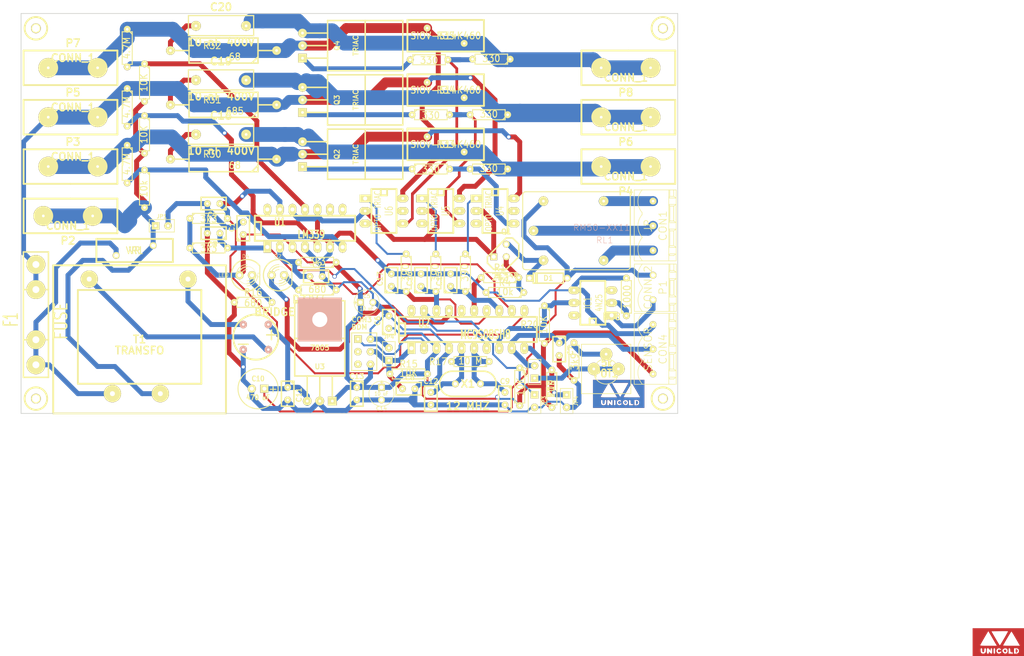
<source format=kicad_pcb>
(kicad_pcb (version 3) (host pcbnew "(2013-mar-13)-testing")
  (layers (15 F.Cu signal) (0 B.Cu signal) (18 B.Paste user) (19 F.Paste user) (20 B.SilkS user) (21 F.SilkS user) (22 B.Mask user) (23 F.Mask user) (28 Edge.Cuts user))
  (net 0 "")
  (net 1 /Alarma)
  (net 2 /BDM)
  (net 3 /EXTAL)
  (net 4 /GM)
  (net 5 /IC)
  (net 6 /In_R)
  (net 7 /In_S)
  (net 8 /In_T)
  (net 9 /Led1)
  (net 10 /N)
  (net 11 /OPT1)
  (net 12 /OPT2)
  (net 13 /OPT3)
  (net 14 /RC)
  (net 15 /RESET)
  (net 16 /SC)
  (net 17 /TC)
  (net 18 /Temp)
  (net 19 /VO)
  (net 20 /XTAL)
  (net 21 /c_Flash)
  (net 22 /out_R)
  (net 23 /out_S)
  (net 24 /out_T)
  (net 25 /select)
  (net 26 /sensor)
  (net 27 /vreg)
  (net 28 GND)
  (net 29 N-000001)
  (net 30 N-0000010)
  (net 31 N-0000012)
  (net 32 N-000002)
  (net 33 N-0000022)
  (net 34 N-0000023)
  (net 35 N-0000024)
  (net 36 N-000003)
  (net 37 N-0000030)
  (net 38 N-0000031)
  (net 39 N-0000032)
  (net 40 N-0000037)
  (net 41 N-0000038)
  (net 42 N-0000039)
  (net 43 N-000004)
  (net 44 N-0000040)
  (net 45 N-0000041)
  (net 46 N-0000042)
  (net 47 N-0000043)
  (net 48 N-0000044)
  (net 49 N-0000045)
  (net 50 N-0000047)
  (net 51 N-0000048)
  (net 52 N-0000053)
  (net 53 N-000006)
  (net 54 N-0000061)
  (net 55 N-0000062)
  (net 56 N-0000063)
  (net 57 N-0000064)
  (net 58 N-0000065)
  (net 59 N-0000066)
  (net 60 N-0000067)
  (net 61 N-0000068)
  (net 62 N-000007)
  (net 63 N-0000071)
  (net 64 N-0000072)
  (net 65 N-000008)
  (net 66 N-000009)
  (module C1V5 (layer F.Cu) (at 152 117.5)
    (fp_text reference C5 (at 0 -1.26746) (layer F.SilkS) (effects (font (size 0.762 0.762) (thickness 0.127))))
    (fp_text value "10 uF" (at 0 1.27) (layer F.SilkS) (effects (font (size 0.762 0.635) (thickness 0.127))))
    (fp_text user + (at -2.286 0) (layer F.SilkS) (effects (font (size 0.762 0.762) (thickness 0.2032))))
    (pad 1 thru_hole rect (at -1.27 0) (size 1.397 1.397) (drill 0.8128) (layers *.Cu *.Mask F.SilkS) (net 27 /vreg))
    (pad 2 thru_hole circle (at 1.27 0) (size 1.397 1.397) (drill 0.8128) (layers *.Cu *.Mask F.SilkS) (net 28 GND))
  )
  (module PHOENIX_MSTBA2,54-G_3 (layer F.Cu) (at 210 127 270)
    (fp_text reference CON4 (at 0 -2 270) (layer F.SilkS))
    (fp_text value SENSOR (at 0 1 270) (layer F.SilkS))
    (pad 1 thru_hole circle (at -5 0 270) (size 1.397 1.397) (drill 0.55) (layers *.Cu *.Mask F.SilkS) (net 28 GND))
    (pad 2 thru_hole circle (at 0 0 270) (size 1.397 1.397) (drill 0.55) (layers *.Cu *.Mask F.SilkS) (net 26 /sensor))
    (pad 3 thru_hole circle (at 5 0 270) (size 1.397 1.397) (drill 0.55) (layers *.Cu *.Mask F.SilkS) (net 27 /vreg))
  )
  (module PHOENIX_MSTBA2,54-G_2 (layer F.Cu) (at 210 114.5 270)
    (fp_text reference P1 (at 0 -2 270) (layer F.SilkS))
    (fp_text value CONN_2 (at 0 1 270) (layer F.SilkS))
    (pad 1 thru_hole circle (at -2.5 0 270) (size 1.397 1.397) (drill 0.8128) (layers *.Cu *.Mask F.SilkS) (net 19 /VO))
    (pad 2 thru_hole circle (at 2.5 0 270) (size 1.397 1.397) (drill 0.8128) (layers *.Cu *.Mask F.SilkS) (net 38 N-0000031))
  )
  (module PHOENIX_MSTBA2,54-G_3 (layer F.Cu) (at 210 102 270)
    (fp_text reference CON1 (at 0 -2 270) (layer F.SilkS))
    (fp_text value JP (at 0 1 270) (layer F.SilkS))
    (pad 1 thru_hole circle (at -5 0 270) (size 1.397 1.397) (drill 0.55) (layers *.Cu *.Mask F.SilkS) (net 42 N-0000039))
    (pad 2 thru_hole circle (at 0 0 270) (size 1.397 1.397) (drill 0.55) (layers *.Cu *.Mask F.SilkS) (net 46 N-0000042))
    (pad 3 thru_hole circle (at 5 0 270) (size 1.397 1.397) (drill 0.55) (layers *.Cu *.Mask F.SilkS) (net 44 N-0000040))
  )
  (module TO220 (layer F.Cu) (at 139 87.5)
    (fp_text reference Q2 (at 6.985 0 90) (layer F.SilkS) (effects (font (size 1.016 1.016) (thickness 0.2032))))
    (fp_text value TRIAC (at 10.795 0 90) (layer F.SilkS) (effects (font (size 1.016 1.016) (thickness 0.2032))))
    (pad 1 thru_hole rect (at 0 2.54) (size 1.778 1.778) (drill 0.55) (layers *.Cu *.Mask F.SilkS) (net 49 N-0000045))
    (pad 2 thru_hole circle (at 0 -2.54) (size 1.778 1.778) (drill 0.55) (layers *.Cu *.Mask F.SilkS) (net 22 /out_R))
    (pad 3 thru_hole circle (at 0 0) (size 1.778 1.778) (drill 0.55) (layers *.Cu *.Mask F.SilkS) (net 6 /In_R))
  )
  (module TO220 (layer F.Cu) (at 139 76.5)
    (fp_text reference Q3 (at 6.985 0 90) (layer F.SilkS) (effects (font (size 1.016 1.016) (thickness 0.2032))))
    (fp_text value TRIAC (at 10.795 0 90) (layer F.SilkS) (effects (font (size 1.016 1.016) (thickness 0.2032))))
    (pad 1 thru_hole rect (at 0 2.54) (size 1.778 1.778) (drill 0.55) (layers *.Cu *.Mask F.SilkS) (net 52 N-0000053))
    (pad 2 thru_hole circle (at 0 -2.54) (size 1.778 1.778) (drill 0.55) (layers *.Cu *.Mask F.SilkS) (net 23 /out_S))
    (pad 3 thru_hole circle (at 0 0) (size 1.778 1.778) (drill 0.55) (layers *.Cu *.Mask F.SilkS) (net 7 /In_S))
  )
  (module TO220 (layer F.Cu) (at 139 65.5)
    (fp_text reference Q4 (at 6.985 0 90) (layer F.SilkS) (effects (font (size 1.016 1.016) (thickness 0.2032))))
    (fp_text value TRIAC (at 10.795 0 90) (layer F.SilkS) (effects (font (size 1.016 1.016) (thickness 0.2032))))
    (pad 1 thru_hole rect (at 0 2.54) (size 1.778 1.778) (drill 0.55) (layers *.Cu *.Mask F.SilkS) (net 50 N-0000047))
    (pad 2 thru_hole circle (at 0 -2.54) (size 1.778 1.778) (drill 0.55) (layers *.Cu *.Mask F.SilkS) (net 24 /out_T))
    (pad 3 thru_hole circle (at 0 0) (size 1.778 1.778) (drill 0.55) (layers *.Cu *.Mask F.SilkS) (net 8 /In_T))
  )
  (module 1pin (layer F.Cu) (at 85 137)
    (fp_text reference agu1 hide)
    (fp_text value P*** hide)
    (pad 1 thru_hole circle (at 0 0) (size 2 2) (drill 1.5) (layers *.Cu *.Mask F.SilkS))
  )
  (module 1pin (layer F.Cu) (at 212 137)
    (fp_text reference agu2 hide)
    (fp_text value P*** hide)
    (pad 1 thru_hole circle (at 0 0) (size 2 2) (drill 1.5) (layers *.Cu *.Mask F.SilkS))
  )
  (module 1pin (layer F.Cu) (at 212 62)
    (fp_text reference agu3 hide)
    (fp_text value P*** hide)
    (pad 1 thru_hole circle (at 0 0) (size 2 2) (drill 1.5) (layers *.Cu *.Mask F.SilkS))
  )
  (module 1pin (layer F.Cu) (at 85 62)
    (fp_text reference agu4 hide)
    (fp_text value P*** hide)
    (pad 1 thru_hole circle (at 0 0) (size 2 2) (drill 1.5) (layers *.Cu *.Mask F.SilkS))
  )
  (module LOGO (layer B.Cu) (at 203 136)
    (fp_text reference G*** hide)
    (fp_text value LOGO hide)
    (fp_poly (pts (xy 5.25018 2.87782) (xy 4.41198 2.87782) (xy 4.41198 0.762) (xy 4.13258 0.27178) (xy 3.70586 -0.47244) (xy 3.35534 -1.07188) (xy 3.08356 -1.53162) (xy 2.88544 -1.8542) (xy 2.7559 -2.04978) (xy 2.69494 -2.11582) (xy 2.6416 -2.04724) (xy 2.51714 -1.85928) (xy 2.34442 -1.57988) (xy 2.1336 -1.23444) (xy 2.00406 -1.01854) (xy 2.00406 -2.1717) (xy 2.00406 -2.17424) (xy 1.91262 -2.18186) (xy 1.67894 -2.18948) (xy 1.32842 -2.18948) (xy 0.889 -2.18948) (xy 0.38354 -2.1844) (xy 0.30988 -2.1844) (xy -1.34874 -2.159) (xy -0.52578 -0.74422) (xy -0.26924 -0.3048) (xy -0.04064 0.07874) (xy 0.14732 0.38354) (xy 0.28194 0.58928) (xy 0.34544 0.6731) (xy 0.34798 0.67564) (xy 0.40386 0.60452) (xy 0.53086 0.41148) (xy 0.71374 0.11684) (xy 0.9398 -0.25908) (xy 1.1938 -0.69342) (xy 1.21666 -0.73152) (xy 1.47066 -1.17094) (xy 1.68656 -1.55702) (xy 1.85674 -1.8669) (xy 1.96596 -2.08026) (xy 2.00406 -2.1717) (xy 2.00406 -1.01854) (xy 1.905 -0.8509) (xy 1.67132 -0.4572) (xy 1.45034 -0.07874) (xy 1.25984 0.254) (xy 1.11506 0.51562) (xy 1.03124 0.67818) (xy 1.016 0.71628) (xy 1.09728 0.72898) (xy 1.3208 0.74168) (xy 1.6637 0.75184) (xy 2.10058 0.75692) (xy 2.60604 0.75946) (xy 2.71272 0.762) (xy 4.41198 0.762) (xy 4.41198 2.87782) (xy 4.22402 2.87782) (xy 4.22402 1.74498) (xy 4.14274 1.48844) (xy 4.09194 1.4224) (xy 3.87858 1.30048) (xy 3.58394 1.27) (xy 3.21818 1.27) (xy 3.21818 1.81864) (xy 3.21818 2.36982) (xy 3.57124 2.36982) (xy 3.86334 2.33172) (xy 4.07162 2.23266) (xy 4.07924 2.23012) (xy 4.20116 2.01676) (xy 4.22402 1.74498) (xy 4.22402 2.87782) (xy 3.048 2.87782) (xy 3.048 2.2479) (xy 2.96926 2.14884) (xy 2.77368 2.10058) (xy 2.60604 2.07264) (xy 2.51968 2.00152) (xy 2.48412 1.83642) (xy 2.47142 1.67132) (xy 2.44348 1.4224) (xy 2.39014 1.30048) (xy 2.28854 1.27) (xy 2.28092 1.27) (xy 2.19202 1.28778) (xy 2.14122 1.36652) (xy 2.1209 1.54686) (xy 2.11582 1.81864) (xy 2.11582 2.36982) (xy 2.58318 2.36982) (xy 2.86766 2.35712) (xy 3.01244 2.31394) (xy 3.048 2.2479) (xy 3.048 2.87782) (xy 1.9431 2.87782) (xy 1.9431 1.7526) (xy 1.88214 1.4986) (xy 1.81356 1.40208) (xy 1.59766 1.28778) (xy 1.34112 1.28778) (xy 1.09474 1.38176) (xy 0.91186 1.55194) (xy 0.84582 1.7653) (xy 0.89662 1.94056) (xy 1.01854 2.14122) (xy 1.02108 2.1463) (xy 1.25222 2.32664) (xy 1.52146 2.3622) (xy 1.77546 2.24536) (xy 1.79324 2.23012) (xy 1.91262 2.02184) (xy 1.9431 1.7526) (xy 1.9431 2.87782) (xy 0.67818 2.87782) (xy 0.67818 2.01676) (xy 0.61214 1.9558) (xy 0.46482 1.9558) (xy 0.31242 2.01422) (xy 0.26924 2.04724) (xy 0.14224 2.09042) (xy 0.02032 2.01168) (xy -0.05334 1.85928) (xy -0.04572 1.7018) (xy 0.05334 1.5748) (xy 0.20066 1.52146) (xy 0.32512 1.55956) (xy 0.35306 1.60528) (xy 0.43434 1.64084) (xy 0.50292 1.61036) (xy 0.57912 1.52654) (xy 0.5207 1.41224) (xy 0.51308 1.40208) (xy 0.32258 1.29032) (xy 0.0762 1.28524) (xy -0.1524 1.3843) (xy -0.21082 1.4351) (xy -0.2667 1.5367) (xy -0.2667 0.762) (xy -1.11506 -0.6985) (xy -1.37414 -1.14554) (xy -1.60274 -1.53924) (xy -1.78816 -1.85674) (xy -1.9177 -2.07518) (xy -1.97866 -2.17424) (xy -1.9812 -2.17678) (xy -2.02692 -2.11582) (xy -2.13868 -1.93294) (xy -2.30378 -1.65862) (xy -2.50698 -1.31826) (xy -2.72796 -0.93726) (xy -2.95402 -0.54864) (xy -3.16992 -0.17272) (xy -3.35788 0.15748) (xy -3.50266 0.4191) (xy -3.58902 0.58166) (xy -3.60172 0.61214) (xy -3.61188 0.66294) (xy -3.5814 0.70104) (xy -3.48996 0.72644) (xy -3.31724 0.74422) (xy -3.04038 0.75438) (xy -2.6416 0.75946) (xy -2.10058 0.75946) (xy -1.96342 0.762) (xy -0.2667 0.762) (xy -0.2667 1.5367) (xy -0.3429 1.67894) (xy -0.34544 1.92278) (xy -0.24638 2.14122) (xy -0.07112 2.2987) (xy 0.1524 2.36982) (xy 0.39116 2.31902) (xy 0.52324 2.23012) (xy 0.64262 2.0955) (xy 0.67818 2.01676) (xy 0.67818 2.87782) (xy 0.04318 2.87782) (xy -0.59182 2.87782) (xy -0.59182 1.81864) (xy -0.59944 1.52146) (xy -0.6223 1.35636) (xy -0.67564 1.2827) (xy -0.762 1.27) (xy -0.85344 1.28524) (xy -0.90424 1.36144) (xy -0.9271 1.53416) (xy -0.93218 1.81864) (xy -0.9271 2.11582) (xy -0.90424 2.28346) (xy -0.8509 2.35458) (xy -0.762 2.36982) (xy -0.67056 2.35204) (xy -0.61976 2.27584) (xy -0.5969 2.10312) (xy -0.59182 1.81864) (xy -0.59182 2.87782) (xy -1.18618 2.87782) (xy -1.18618 1.81864) (xy -1.19126 1.52146) (xy -1.21412 1.35636) (xy -1.26746 1.2827) (xy -1.35382 1.27) (xy -1.47574 1.30556) (xy -1.52146 1.44526) (xy -1.52654 1.54432) (xy -1.52654 1.81864) (xy -1.70434 1.54432) (xy -1.90246 1.32588) (xy -2.0828 1.27) (xy -2.19202 1.28016) (xy -2.25298 1.33604) (xy -2.28092 1.48082) (xy -2.286 1.74498) (xy -2.286 1.81864) (xy -2.28346 2.11582) (xy -2.2606 2.28092) (xy -2.2098 2.35204) (xy -2.1082 2.36982) (xy -2.07518 2.36982) (xy -1.9177 2.3368) (xy -1.86436 2.2098) (xy -1.85928 2.13614) (xy -1.85674 1.905) (xy -1.68402 2.13614) (xy -1.52146 2.29616) (xy -1.3589 2.36982) (xy -1.34874 2.36982) (xy -1.25984 2.3495) (xy -1.21158 2.26822) (xy -1.18872 2.08534) (xy -1.18618 1.81864) (xy -1.18618 2.87782) (xy -2.45618 2.87782) (xy -2.45618 1.75514) (xy -2.45618 1.67894) (xy -2.46634 1.43002) (xy -2.50444 1.3081) (xy -2.59334 1.27) (xy -2.62382 1.27) (xy -2.73812 1.30048) (xy -2.78638 1.4224) (xy -2.79654 1.5875) (xy -2.82956 1.89992) (xy -2.92354 2.07264) (xy -3.0734 2.09042) (xy -3.08102 2.08788) (xy -3.175 1.98628) (xy -3.21564 1.76022) (xy -3.21818 1.65354) (xy -3.22834 1.41224) (xy -3.27406 1.30048) (xy -3.37312 1.27) (xy -3.38582 1.27) (xy -3.48996 1.29032) (xy -3.54076 1.38684) (xy -3.556 1.59766) (xy -3.556 1.68656) (xy -3.52298 2.02184) (xy -3.43154 2.22758) (xy -3.42392 2.2352) (xy -3.21056 2.34442) (xy -2.93878 2.35966) (xy -2.68478 2.28346) (xy -2.61112 2.23012) (xy -2.49936 2.04978) (xy -2.45618 1.75514) (xy -2.45618 2.87782) (xy -5.16382 2.87782) (xy -5.16382 0.04064) (xy -5.16382 -2.794) (xy 0.04318 -2.794) (xy 5.25018 -2.794) (xy 5.25018 0.04064) (xy 5.25018 2.87782) (xy 5.25018 2.87782)) (layer F.Cu) (width 0.00254))
    (fp_poly (pts (xy 1.67132 1.83134) (xy 1.64338 1.92024) (xy 1.49606 2.07518) (xy 1.3462 2.06248) (xy 1.28778 2.01422) (xy 1.19634 1.83896) (xy 1.21158 1.65862) (xy 1.31826 1.55194) (xy 1.4859 1.55702) (xy 1.62052 1.67132) (xy 1.67132 1.83134) (xy 1.67132 1.83134)) (layer F.Cu) (width 0.00254))
    (fp_poly (pts (xy 3.95732 1.88468) (xy 3.84556 2.06756) (xy 3.69316 2.1844) (xy 3.60172 2.15392) (xy 3.56108 1.97358) (xy 3.556 1.81864) (xy 3.56362 1.56972) (xy 3.59918 1.46304) (xy 3.69316 1.46558) (xy 3.81508 1.52654) (xy 3.95478 1.67894) (xy 3.95732 1.88468) (xy 3.95732 1.88468)) (layer F.Cu) (width 0.00254))
  )
  (module LOGO (layer F.Cu) (at 203 136)
    (fp_text reference G*** hide)
    (fp_text value LOGO hide)
    (fp_poly (pts (xy 5.25018 2.87782) (xy 4.41198 2.87782) (xy 4.41198 0.762) (xy 4.13258 0.27178) (xy 3.70586 -0.47244) (xy 3.35534 -1.07188) (xy 3.08356 -1.53162) (xy 2.88544 -1.8542) (xy 2.7559 -2.04978) (xy 2.69494 -2.11582) (xy 2.6416 -2.04724) (xy 2.51714 -1.85928) (xy 2.34442 -1.57988) (xy 2.1336 -1.23444) (xy 2.00406 -1.01854) (xy 2.00406 -2.1717) (xy 2.00406 -2.17424) (xy 1.91262 -2.18186) (xy 1.67894 -2.18948) (xy 1.32842 -2.18948) (xy 0.889 -2.18948) (xy 0.38354 -2.1844) (xy 0.30988 -2.1844) (xy -1.34874 -2.159) (xy -0.52578 -0.74422) (xy -0.26924 -0.3048) (xy -0.04064 0.07874) (xy 0.14732 0.38354) (xy 0.28194 0.58928) (xy 0.34544 0.6731) (xy 0.34798 0.67564) (xy 0.40386 0.60452) (xy 0.53086 0.41148) (xy 0.71374 0.11684) (xy 0.9398 -0.25908) (xy 1.1938 -0.69342) (xy 1.21666 -0.73152) (xy 1.47066 -1.17094) (xy 1.68656 -1.55702) (xy 1.85674 -1.8669) (xy 1.96596 -2.08026) (xy 2.00406 -2.1717) (xy 2.00406 -1.01854) (xy 1.905 -0.8509) (xy 1.67132 -0.4572) (xy 1.45034 -0.07874) (xy 1.25984 0.254) (xy 1.11506 0.51562) (xy 1.03124 0.67818) (xy 1.016 0.71628) (xy 1.09728 0.72898) (xy 1.3208 0.74168) (xy 1.6637 0.75184) (xy 2.10058 0.75692) (xy 2.60604 0.75946) (xy 2.71272 0.762) (xy 4.41198 0.762) (xy 4.41198 2.87782) (xy 4.22402 2.87782) (xy 4.22402 1.74498) (xy 4.14274 1.48844) (xy 4.09194 1.4224) (xy 3.87858 1.30048) (xy 3.58394 1.27) (xy 3.21818 1.27) (xy 3.21818 1.81864) (xy 3.21818 2.36982) (xy 3.57124 2.36982) (xy 3.86334 2.33172) (xy 4.07162 2.23266) (xy 4.07924 2.23012) (xy 4.20116 2.01676) (xy 4.22402 1.74498) (xy 4.22402 2.87782) (xy 3.048 2.87782) (xy 3.048 2.2479) (xy 2.96926 2.14884) (xy 2.77368 2.10058) (xy 2.60604 2.07264) (xy 2.51968 2.00152) (xy 2.48412 1.83642) (xy 2.47142 1.67132) (xy 2.44348 1.4224) (xy 2.39014 1.30048) (xy 2.28854 1.27) (xy 2.28092 1.27) (xy 2.19202 1.28778) (xy 2.14122 1.36652) (xy 2.1209 1.54686) (xy 2.11582 1.81864) (xy 2.11582 2.36982) (xy 2.58318 2.36982) (xy 2.86766 2.35712) (xy 3.01244 2.31394) (xy 3.048 2.2479) (xy 3.048 2.87782) (xy 1.9431 2.87782) (xy 1.9431 1.7526) (xy 1.88214 1.4986) (xy 1.81356 1.40208) (xy 1.59766 1.28778) (xy 1.34112 1.28778) (xy 1.09474 1.38176) (xy 0.91186 1.55194) (xy 0.84582 1.7653) (xy 0.89662 1.94056) (xy 1.01854 2.14122) (xy 1.02108 2.1463) (xy 1.25222 2.32664) (xy 1.52146 2.3622) (xy 1.77546 2.24536) (xy 1.79324 2.23012) (xy 1.91262 2.02184) (xy 1.9431 1.7526) (xy 1.9431 2.87782) (xy 0.67818 2.87782) (xy 0.67818 2.01676) (xy 0.61214 1.9558) (xy 0.46482 1.9558) (xy 0.31242 2.01422) (xy 0.26924 2.04724) (xy 0.14224 2.09042) (xy 0.02032 2.01168) (xy -0.05334 1.85928) (xy -0.04572 1.7018) (xy 0.05334 1.5748) (xy 0.20066 1.52146) (xy 0.32512 1.55956) (xy 0.35306 1.60528) (xy 0.43434 1.64084) (xy 0.50292 1.61036) (xy 0.57912 1.52654) (xy 0.5207 1.41224) (xy 0.51308 1.40208) (xy 0.32258 1.29032) (xy 0.0762 1.28524) (xy -0.1524 1.3843) (xy -0.21082 1.4351) (xy -0.2667 1.5367) (xy -0.2667 0.762) (xy -1.11506 -0.6985) (xy -1.37414 -1.14554) (xy -1.60274 -1.53924) (xy -1.78816 -1.85674) (xy -1.9177 -2.07518) (xy -1.97866 -2.17424) (xy -1.9812 -2.17678) (xy -2.02692 -2.11582) (xy -2.13868 -1.93294) (xy -2.30378 -1.65862) (xy -2.50698 -1.31826) (xy -2.72796 -0.93726) (xy -2.95402 -0.54864) (xy -3.16992 -0.17272) (xy -3.35788 0.15748) (xy -3.50266 0.4191) (xy -3.58902 0.58166) (xy -3.60172 0.61214) (xy -3.61188 0.66294) (xy -3.5814 0.70104) (xy -3.48996 0.72644) (xy -3.31724 0.74422) (xy -3.04038 0.75438) (xy -2.6416 0.75946) (xy -2.10058 0.75946) (xy -1.96342 0.762) (xy -0.2667 0.762) (xy -0.2667 1.5367) (xy -0.3429 1.67894) (xy -0.34544 1.92278) (xy -0.24638 2.14122) (xy -0.07112 2.2987) (xy 0.1524 2.36982) (xy 0.39116 2.31902) (xy 0.52324 2.23012) (xy 0.64262 2.0955) (xy 0.67818 2.01676) (xy 0.67818 2.87782) (xy 0.04318 2.87782) (xy -0.59182 2.87782) (xy -0.59182 1.81864) (xy -0.59944 1.52146) (xy -0.6223 1.35636) (xy -0.67564 1.2827) (xy -0.762 1.27) (xy -0.85344 1.28524) (xy -0.90424 1.36144) (xy -0.9271 1.53416) (xy -0.93218 1.81864) (xy -0.9271 2.11582) (xy -0.90424 2.28346) (xy -0.8509 2.35458) (xy -0.762 2.36982) (xy -0.67056 2.35204) (xy -0.61976 2.27584) (xy -0.5969 2.10312) (xy -0.59182 1.81864) (xy -0.59182 2.87782) (xy -1.18618 2.87782) (xy -1.18618 1.81864) (xy -1.19126 1.52146) (xy -1.21412 1.35636) (xy -1.26746 1.2827) (xy -1.35382 1.27) (xy -1.47574 1.30556) (xy -1.52146 1.44526) (xy -1.52654 1.54432) (xy -1.52654 1.81864) (xy -1.70434 1.54432) (xy -1.90246 1.32588) (xy -2.0828 1.27) (xy -2.19202 1.28016) (xy -2.25298 1.33604) (xy -2.28092 1.48082) (xy -2.286 1.74498) (xy -2.286 1.81864) (xy -2.28346 2.11582) (xy -2.2606 2.28092) (xy -2.2098 2.35204) (xy -2.1082 2.36982) (xy -2.07518 2.36982) (xy -1.9177 2.3368) (xy -1.86436 2.2098) (xy -1.85928 2.13614) (xy -1.85674 1.905) (xy -1.68402 2.13614) (xy -1.52146 2.29616) (xy -1.3589 2.36982) (xy -1.34874 2.36982) (xy -1.25984 2.3495) (xy -1.21158 2.26822) (xy -1.18872 2.08534) (xy -1.18618 1.81864) (xy -1.18618 2.87782) (xy -2.45618 2.87782) (xy -2.45618 1.75514) (xy -2.45618 1.67894) (xy -2.46634 1.43002) (xy -2.50444 1.3081) (xy -2.59334 1.27) (xy -2.62382 1.27) (xy -2.73812 1.30048) (xy -2.78638 1.4224) (xy -2.79654 1.5875) (xy -2.82956 1.89992) (xy -2.92354 2.07264) (xy -3.0734 2.09042) (xy -3.08102 2.08788) (xy -3.175 1.98628) (xy -3.21564 1.76022) (xy -3.21818 1.65354) (xy -3.22834 1.41224) (xy -3.27406 1.30048) (xy -3.37312 1.27) (xy -3.38582 1.27) (xy -3.48996 1.29032) (xy -3.54076 1.38684) (xy -3.556 1.59766) (xy -3.556 1.68656) (xy -3.52298 2.02184) (xy -3.43154 2.22758) (xy -3.42392 2.2352) (xy -3.21056 2.34442) (xy -2.93878 2.35966) (xy -2.68478 2.28346) (xy -2.61112 2.23012) (xy -2.49936 2.04978) (xy -2.45618 1.75514) (xy -2.45618 2.87782) (xy -5.16382 2.87782) (xy -5.16382 0.04064) (xy -5.16382 -2.794) (xy 0.04318 -2.794) (xy 5.25018 -2.794) (xy 5.25018 0.04064) (xy 5.25018 2.87782) (xy 5.25018 2.87782)) (layer B.Cu) (width 0.00254))
    (fp_poly (pts (xy 1.67132 1.83134) (xy 1.64338 1.92024) (xy 1.49606 2.07518) (xy 1.3462 2.06248) (xy 1.28778 2.01422) (xy 1.19634 1.83896) (xy 1.21158 1.65862) (xy 1.31826 1.55194) (xy 1.4859 1.55702) (xy 1.62052 1.67132) (xy 1.67132 1.83134) (xy 1.67132 1.83134)) (layer B.Cu) (width 0.00254))
    (fp_poly (pts (xy 3.95732 1.88468) (xy 3.84556 2.06756) (xy 3.69316 2.1844) (xy 3.60172 2.15392) (xy 3.56108 1.97358) (xy 3.556 1.81864) (xy 3.56362 1.56972) (xy 3.59918 1.46304) (xy 3.69316 1.46558) (xy 3.81508 1.52654) (xy 3.95478 1.67894) (xy 3.95732 1.88468) (xy 3.95732 1.88468)) (layer B.Cu) (width 0.00254))
  )
  (module LOGO (layer B.Cu) (at 279.9 186.3)
    (fp_text reference G*** hide)
    (fp_text value LOGO hide)
    (fp_poly (pts (xy 5.25018 2.87782) (xy 4.41198 2.87782) (xy 4.41198 0.762) (xy 4.13258 0.27178) (xy 3.70586 -0.47244) (xy 3.35534 -1.07188) (xy 3.08356 -1.53162) (xy 2.88544 -1.8542) (xy 2.7559 -2.04978) (xy 2.69494 -2.11582) (xy 2.6416 -2.04724) (xy 2.51714 -1.85928) (xy 2.34442 -1.57988) (xy 2.1336 -1.23444) (xy 2.00406 -1.01854) (xy 2.00406 -2.1717) (xy 2.00406 -2.17424) (xy 1.91262 -2.18186) (xy 1.67894 -2.18948) (xy 1.32842 -2.18948) (xy 0.889 -2.18948) (xy 0.38354 -2.1844) (xy 0.30988 -2.1844) (xy -1.34874 -2.159) (xy -0.52578 -0.74422) (xy -0.26924 -0.3048) (xy -0.04064 0.07874) (xy 0.14732 0.38354) (xy 0.28194 0.58928) (xy 0.34544 0.6731) (xy 0.34798 0.67564) (xy 0.40386 0.60452) (xy 0.53086 0.41148) (xy 0.71374 0.11684) (xy 0.9398 -0.25908) (xy 1.1938 -0.69342) (xy 1.21666 -0.73152) (xy 1.47066 -1.17094) (xy 1.68656 -1.55702) (xy 1.85674 -1.8669) (xy 1.96596 -2.08026) (xy 2.00406 -2.1717) (xy 2.00406 -1.01854) (xy 1.905 -0.8509) (xy 1.67132 -0.4572) (xy 1.45034 -0.07874) (xy 1.25984 0.254) (xy 1.11506 0.51562) (xy 1.03124 0.67818) (xy 1.016 0.71628) (xy 1.09728 0.72898) (xy 1.3208 0.74168) (xy 1.6637 0.75184) (xy 2.10058 0.75692) (xy 2.60604 0.75946) (xy 2.71272 0.762) (xy 4.41198 0.762) (xy 4.41198 2.87782) (xy 4.22402 2.87782) (xy 4.22402 1.74498) (xy 4.14274 1.48844) (xy 4.09194 1.4224) (xy 3.87858 1.30048) (xy 3.58394 1.27) (xy 3.21818 1.27) (xy 3.21818 1.81864) (xy 3.21818 2.36982) (xy 3.57124 2.36982) (xy 3.86334 2.33172) (xy 4.07162 2.23266) (xy 4.07924 2.23012) (xy 4.20116 2.01676) (xy 4.22402 1.74498) (xy 4.22402 2.87782) (xy 3.048 2.87782) (xy 3.048 2.2479) (xy 2.96926 2.14884) (xy 2.77368 2.10058) (xy 2.60604 2.07264) (xy 2.51968 2.00152) (xy 2.48412 1.83642) (xy 2.47142 1.67132) (xy 2.44348 1.4224) (xy 2.39014 1.30048) (xy 2.28854 1.27) (xy 2.28092 1.27) (xy 2.19202 1.28778) (xy 2.14122 1.36652) (xy 2.1209 1.54686) (xy 2.11582 1.81864) (xy 2.11582 2.36982) (xy 2.58318 2.36982) (xy 2.86766 2.35712) (xy 3.01244 2.31394) (xy 3.048 2.2479) (xy 3.048 2.87782) (xy 1.9431 2.87782) (xy 1.9431 1.7526) (xy 1.88214 1.4986) (xy 1.81356 1.40208) (xy 1.59766 1.28778) (xy 1.34112 1.28778) (xy 1.09474 1.38176) (xy 0.91186 1.55194) (xy 0.84582 1.7653) (xy 0.89662 1.94056) (xy 1.01854 2.14122) (xy 1.02108 2.1463) (xy 1.25222 2.32664) (xy 1.52146 2.3622) (xy 1.77546 2.24536) (xy 1.79324 2.23012) (xy 1.91262 2.02184) (xy 1.9431 1.7526) (xy 1.9431 2.87782) (xy 0.67818 2.87782) (xy 0.67818 2.01676) (xy 0.61214 1.9558) (xy 0.46482 1.9558) (xy 0.31242 2.01422) (xy 0.26924 2.04724) (xy 0.14224 2.09042) (xy 0.02032 2.01168) (xy -0.05334 1.85928) (xy -0.04572 1.7018) (xy 0.05334 1.5748) (xy 0.20066 1.52146) (xy 0.32512 1.55956) (xy 0.35306 1.60528) (xy 0.43434 1.64084) (xy 0.50292 1.61036) (xy 0.57912 1.52654) (xy 0.5207 1.41224) (xy 0.51308 1.40208) (xy 0.32258 1.29032) (xy 0.0762 1.28524) (xy -0.1524 1.3843) (xy -0.21082 1.4351) (xy -0.2667 1.5367) (xy -0.2667 0.762) (xy -1.11506 -0.6985) (xy -1.37414 -1.14554) (xy -1.60274 -1.53924) (xy -1.78816 -1.85674) (xy -1.9177 -2.07518) (xy -1.97866 -2.17424) (xy -1.9812 -2.17678) (xy -2.02692 -2.11582) (xy -2.13868 -1.93294) (xy -2.30378 -1.65862) (xy -2.50698 -1.31826) (xy -2.72796 -0.93726) (xy -2.95402 -0.54864) (xy -3.16992 -0.17272) (xy -3.35788 0.15748) (xy -3.50266 0.4191) (xy -3.58902 0.58166) (xy -3.60172 0.61214) (xy -3.61188 0.66294) (xy -3.5814 0.70104) (xy -3.48996 0.72644) (xy -3.31724 0.74422) (xy -3.04038 0.75438) (xy -2.6416 0.75946) (xy -2.10058 0.75946) (xy -1.96342 0.762) (xy -0.2667 0.762) (xy -0.2667 1.5367) (xy -0.3429 1.67894) (xy -0.34544 1.92278) (xy -0.24638 2.14122) (xy -0.07112 2.2987) (xy 0.1524 2.36982) (xy 0.39116 2.31902) (xy 0.52324 2.23012) (xy 0.64262 2.0955) (xy 0.67818 2.01676) (xy 0.67818 2.87782) (xy 0.04318 2.87782) (xy -0.59182 2.87782) (xy -0.59182 1.81864) (xy -0.59944 1.52146) (xy -0.6223 1.35636) (xy -0.67564 1.2827) (xy -0.762 1.27) (xy -0.85344 1.28524) (xy -0.90424 1.36144) (xy -0.9271 1.53416) (xy -0.93218 1.81864) (xy -0.9271 2.11582) (xy -0.90424 2.28346) (xy -0.8509 2.35458) (xy -0.762 2.36982) (xy -0.67056 2.35204) (xy -0.61976 2.27584) (xy -0.5969 2.10312) (xy -0.59182 1.81864) (xy -0.59182 2.87782) (xy -1.18618 2.87782) (xy -1.18618 1.81864) (xy -1.19126 1.52146) (xy -1.21412 1.35636) (xy -1.26746 1.2827) (xy -1.35382 1.27) (xy -1.47574 1.30556) (xy -1.52146 1.44526) (xy -1.52654 1.54432) (xy -1.52654 1.81864) (xy -1.70434 1.54432) (xy -1.90246 1.32588) (xy -2.0828 1.27) (xy -2.19202 1.28016) (xy -2.25298 1.33604) (xy -2.28092 1.48082) (xy -2.286 1.74498) (xy -2.286 1.81864) (xy -2.28346 2.11582) (xy -2.2606 2.28092) (xy -2.2098 2.35204) (xy -2.1082 2.36982) (xy -2.07518 2.36982) (xy -1.9177 2.3368) (xy -1.86436 2.2098) (xy -1.85928 2.13614) (xy -1.85674 1.905) (xy -1.68402 2.13614) (xy -1.52146 2.29616) (xy -1.3589 2.36982) (xy -1.34874 2.36982) (xy -1.25984 2.3495) (xy -1.21158 2.26822) (xy -1.18872 2.08534) (xy -1.18618 1.81864) (xy -1.18618 2.87782) (xy -2.45618 2.87782) (xy -2.45618 1.75514) (xy -2.45618 1.67894) (xy -2.46634 1.43002) (xy -2.50444 1.3081) (xy -2.59334 1.27) (xy -2.62382 1.27) (xy -2.73812 1.30048) (xy -2.78638 1.4224) (xy -2.79654 1.5875) (xy -2.82956 1.89992) (xy -2.92354 2.07264) (xy -3.0734 2.09042) (xy -3.08102 2.08788) (xy -3.175 1.98628) (xy -3.21564 1.76022) (xy -3.21818 1.65354) (xy -3.22834 1.41224) (xy -3.27406 1.30048) (xy -3.37312 1.27) (xy -3.38582 1.27) (xy -3.48996 1.29032) (xy -3.54076 1.38684) (xy -3.556 1.59766) (xy -3.556 1.68656) (xy -3.52298 2.02184) (xy -3.43154 2.22758) (xy -3.42392 2.2352) (xy -3.21056 2.34442) (xy -2.93878 2.35966) (xy -2.68478 2.28346) (xy -2.61112 2.23012) (xy -2.49936 2.04978) (xy -2.45618 1.75514) (xy -2.45618 2.87782) (xy -5.16382 2.87782) (xy -5.16382 0.04064) (xy -5.16382 -2.794) (xy 0.04318 -2.794) (xy 5.25018 -2.794) (xy 5.25018 0.04064) (xy 5.25018 2.87782) (xy 5.25018 2.87782)) (layer F.Cu) (width 0.00254))
    (fp_poly (pts (xy 1.67132 1.83134) (xy 1.64338 1.92024) (xy 1.49606 2.07518) (xy 1.3462 2.06248) (xy 1.28778 2.01422) (xy 1.19634 1.83896) (xy 1.21158 1.65862) (xy 1.31826 1.55194) (xy 1.4859 1.55702) (xy 1.62052 1.67132) (xy 1.67132 1.83134) (xy 1.67132 1.83134)) (layer F.Cu) (width 0.00254))
    (fp_poly (pts (xy 3.95732 1.88468) (xy 3.84556 2.06756) (xy 3.69316 2.1844) (xy 3.60172 2.15392) (xy 3.56108 1.97358) (xy 3.556 1.81864) (xy 3.56362 1.56972) (xy 3.59918 1.46304) (xy 3.69316 1.46558) (xy 3.81508 1.52654) (xy 3.95478 1.67894) (xy 3.95732 1.88468) (xy 3.95732 1.88468)) (layer F.Cu) (width 0.00254))
  )
  (module C1 (layer F.Cu) (at 127 102.5 90)
    (fp_text reference C1 (at 0.254 -2.286 90) (layer F.SilkS) (effects (font (size 1.016 1.016) (thickness 0.2032))))
    (fp_text value 0.1uF hide)
    (pad 1 thru_hole circle (at -1.27 0 90) (size 1.397 1.397) (drill 0.5) (layers *.Cu *.Mask F.SilkS) (net 27 /vreg))
    (pad 2 thru_hole circle (at 1.27 0 90) (size 1.397 1.397) (drill 0.5) (layers *.Cu *.Mask F.SilkS) (net 28 GND))
  )
  (module C1 (layer F.Cu) (at 141.75 112.25)
    (fp_text reference C2 (at 0.254 -2.286) (layer F.SilkS) (effects (font (size 1.016 1.016) (thickness 0.2032))))
    (fp_text value "10 nF" hide)
    (pad 1 thru_hole circle (at -1.27 0) (size 1.397 1.397) (drill 0.5) (layers *.Cu *.Mask F.SilkS) (net 16 /SC))
    (pad 2 thru_hole circle (at 1.27 0) (size 1.397 1.397) (drill 0.5) (layers *.Cu *.Mask F.SilkS) (net 28 GND))
  )
  (module C1 (layer F.Cu) (at 121 103.5 180)
    (fp_text reference C3 (at 0.254 -2.286 180) (layer F.SilkS) (effects (font (size 1.016 1.016) (thickness 0.2032))))
    (fp_text value "10 nF" hide)
    (pad 1 thru_hole circle (at -1.27 0 180) (size 1.397 1.397) (drill 0.5) (layers *.Cu *.Mask F.SilkS) (net 14 /RC))
    (pad 2 thru_hole circle (at 1.27 0 180) (size 1.397 1.397) (drill 0.5) (layers *.Cu *.Mask F.SilkS) (net 28 GND))
  )
  (module C1 (layer F.Cu) (at 121 97.5 180)
    (fp_text reference C4 (at 0.254 -2.286 180) (layer F.SilkS) (effects (font (size 1.016 1.016) (thickness 0.2032))))
    (fp_text value "10 nF" hide)
    (pad 1 thru_hole circle (at -1.27 0 180) (size 1.397 1.397) (drill 0.5) (layers *.Cu *.Mask F.SilkS) (net 17 /TC))
    (pad 2 thru_hole circle (at 1.27 0 180) (size 1.397 1.397) (drill 0.5) (layers *.Cu *.Mask F.SilkS) (net 28 GND))
  )
  (module C1 (layer F.Cu) (at 156.5 121.5 90)
    (fp_text reference C6 (at 0.254 -2.286 90) (layer F.SilkS) (effects (font (size 1.016 1.016) (thickness 0.2032))))
    (fp_text value "0,1 uF" hide)
    (pad 1 thru_hole circle (at -1.27 0 90) (size 1.397 1.397) (drill 0.5) (layers *.Cu *.Mask F.SilkS) (net 27 /vreg))
    (pad 2 thru_hole circle (at 1.27 0 90) (size 1.397 1.397) (drill 0.5) (layers *.Cu *.Mask F.SilkS) (net 28 GND))
  )
  (module C1 (layer F.Cu) (at 191 127 270)
    (fp_text reference C7 (at 0.254 -2.286 270) (layer F.SilkS) (effects (font (size 1.016 1.016) (thickness 0.2032))))
    (fp_text value 0.1uF hide)
    (pad 1 thru_hole circle (at -1.27 0 270) (size 1.397 1.397) (drill 0.5) (layers *.Cu *.Mask F.SilkS) (net 26 /sensor))
    (pad 2 thru_hole circle (at 1.27 0 270) (size 1.397 1.397) (drill 0.5) (layers *.Cu *.Mask F.SilkS) (net 28 GND))
  )
  (module C1 (layer F.Cu) (at 160.5 135)
    (fp_text reference C8 (at 0.254 -2.286) (layer F.SilkS) (effects (font (size 1.016 1.016) (thickness 0.2032))))
    (fp_text value "C0.1 uF" hide)
    (pad 1 thru_hole circle (at -1.27 0) (size 1.397 1.397) (drill 0.5) (layers *.Cu *.Mask F.SilkS) (net 15 /RESET))
    (pad 2 thru_hole circle (at 1.27 0) (size 1.397 1.397) (drill 0.5) (layers *.Cu *.Mask F.SilkS) (net 28 GND))
  )
  (module C1 (layer F.Cu) (at 180 137 270)
    (fp_text reference C9 (at -3.5 0 360) (layer F.SilkS) (effects (font (size 1.016 1.016) (thickness 0.2032))))
    (fp_text value "25 pF" hide)
    (pad 1 thru_hole circle (at -1.27 0 270) (size 1.397 1.397) (drill 0.5) (layers *.Cu *.Mask F.SilkS) (net 20 /XTAL))
    (pad 2 thru_hole circle (at 1.27 0 270) (size 1.397 1.397) (drill 0.5) (layers *.Cu *.Mask F.SilkS) (net 28 GND))
  )
  (module C1V8 (layer F.Cu) (at 130 135 180)
    (fp_text reference C10 (at 0 2.032 180) (layer F.SilkS) (effects (font (size 1.016 0.889) (thickness 0.2032))))
    (fp_text value "470 uF" (at 0 -1.77546 180) (layer F.SilkS) (effects (font (size 1.016 0.889) (thickness 0.2032))))
    (fp_text user + (at -3.04546 0 180) (layer F.SilkS) (effects (font (thickness 0.2032))))
    (pad 1 thru_hole rect (at -1.27 0 180) (size 1.651 1.651) (drill 0.8128) (layers *.Cu *.Mask F.SilkS) (net 19 /VO))
    (pad 2 thru_hole circle (at 1.27 0 180) (size 1.651 1.651) (drill 0.8128) (layers *.Cu *.Mask F.SilkS) (net 28 GND))
  )
  (module C1 (layer F.Cu) (at 136 136 270)
    (fp_text reference C11 (at 0.254 -2.286 270) (layer F.SilkS) (effects (font (size 1.016 1.016) (thickness 0.2032))))
    (fp_text value "0.33 uF" hide)
    (pad 1 thru_hole circle (at -1.27 0 270) (size 1.397 1.397) (drill 0.5) (layers *.Cu *.Mask F.SilkS) (net 19 /VO))
    (pad 2 thru_hole circle (at 1.27 0 270) (size 1.397 1.397) (drill 0.5) (layers *.Cu *.Mask F.SilkS) (net 28 GND))
  )
  (module C1 (layer F.Cu) (at 165 137 270)
    (fp_text reference C12 (at -3.5 0 540) (layer F.SilkS) (effects (font (size 1.016 1.016) (thickness 0.2032))))
    (fp_text value "25 pF" hide)
    (pad 1 thru_hole circle (at -1.27 0 270) (size 1.397 1.397) (drill 0.5) (layers *.Cu *.Mask F.SilkS) (net 3 /EXTAL))
    (pad 2 thru_hole circle (at 1.27 0 270) (size 1.397 1.397) (drill 0.5) (layers *.Cu *.Mask F.SilkS) (net 28 GND))
  )
  (module C1 (layer F.Cu) (at 150 136 270)
    (fp_text reference C13 (at -3.5 0 540) (layer F.SilkS) (effects (font (size 1.016 1.016) (thickness 0.2032))))
    (fp_text value "0.1 uF" hide)
    (pad 1 thru_hole circle (at -1.27 0 270) (size 1.397 1.397) (drill 0.5) (layers *.Cu *.Mask F.SilkS) (net 27 /vreg))
    (pad 2 thru_hole circle (at 1.27 0 270) (size 1.397 1.397) (drill 0.5) (layers *.Cu *.Mask F.SilkS) (net 28 GND))
  )
  (module C1 (layer F.Cu) (at 169 113 90)
    (fp_text reference C15 (at 0.254 -2.286 90) (layer F.SilkS) (effects (font (size 1.016 1.016) (thickness 0.2032))))
    (fp_text value "C0.1 uF" hide)
    (pad 1 thru_hole circle (at -1.27 0 90) (size 1.397 1.397) (drill 0.5) (layers *.Cu *.Mask F.SilkS) (net 11 /OPT1))
    (pad 2 thru_hole circle (at 1.27 0 90) (size 1.397 1.397) (drill 0.5) (layers *.Cu *.Mask F.SilkS) (net 28 GND))
  )
  (module C1 (layer F.Cu) (at 163 113 90)
    (fp_text reference C16 (at 0.254 -2.286 90) (layer F.SilkS) (effects (font (size 1.016 1.016) (thickness 0.2032))))
    (fp_text value "C0.1 uF" hide)
    (pad 1 thru_hole circle (at -1.27 0 90) (size 1.397 1.397) (drill 0.5) (layers *.Cu *.Mask F.SilkS) (net 12 /OPT2))
    (pad 2 thru_hole circle (at 1.27 0 90) (size 1.397 1.397) (drill 0.5) (layers *.Cu *.Mask F.SilkS) (net 28 GND))
  )
  (module pin_array_3x2 (layer F.Cu) (at 151.5 127.5 270)
    (fp_text reference CON3 (at -6.5 0.5 540) (layer F.SilkS) (effects (font (size 1.016 1.016) (thickness 0.2032))))
    (fp_text value BDM (at -5 1 360) (layer F.SilkS) (effects (font (size 1.016 1.016) (thickness 0.2032))))
    (pad 1 thru_hole rect (at -2.54 1.27 270) (size 1.524 1.524) (drill 0.55) (layers *.Cu *.Mask F.SilkS) (net 2 /BDM))
    (pad 2 thru_hole circle (at -2.54 -1.27 270) (size 1.524 1.524) (drill 0.55) (layers *.Cu *.Mask F.SilkS) (net 28 GND))
    (pad 3 thru_hole circle (at 0 1.27 270) (size 1.524 1.524) (drill 0.55) (layers *.Cu *.Mask F.SilkS) (net 61 N-0000068))
    (pad 4 thru_hole circle (at 0 -1.27 270) (size 1.524 1.524) (drill 0.55) (layers *.Cu *.Mask F.SilkS) (net 15 /RESET))
    (pad 5 thru_hole circle (at 2.54 1.27 270) (size 1.524 1.524) (drill 0.55) (layers *.Cu *.Mask F.SilkS) (net 60 N-0000067))
    (pad 6 thru_hole circle (at 2.54 -1.27 270) (size 1.524 1.524) (drill 0.55) (layers *.Cu *.Mask F.SilkS) (net 27 /vreg))
  )
  (module D3 (layer F.Cu) (at 188.8 112.6 180)
    (fp_text reference D1 (at 0 0 180) (layer F.SilkS) (effects (font (size 1.016 1.016) (thickness 0.2032))))
    (fp_text value 1N4148 hide)
    (pad 2 thru_hole rect (at 3.81 0 180) (size 1.397 1.397) (drill 0.8128) (layers *.Cu *.Mask F.SilkS) (net 45 N-0000041))
    (pad 1 thru_hole circle (at -3.81 0 180) (size 1.397 1.397) (drill 0.8128) (layers *.Cu *.Mask F.SilkS) (net 19 /VO))
  )
  (module LED-5MM (layer F.Cu) (at 134 112)
    (fp_text reference D2 (at 0 -3.81) (layer F.SilkS) (effects (font (size 0.762 0.762) (thickness 0.0889))))
    (fp_text value LED (at -4.5 0) (layer F.SilkS) (effects (font (size 0.762 0.762) (thickness 0.0889))))
    (pad 1 thru_hole circle (at -1.27 0) (size 1.6764 1.6764) (drill 0.8128) (layers *.Cu *.Mask F.SilkS) (net 9 /Led1))
    (pad 2 thru_hole circle (at 1.27 0) (size 1.6764 1.6764) (drill 0.8128) (layers *.Cu *.Mask F.SilkS) (net 37 N-0000030))
  )
  (module LED-5MM (layer F.Cu) (at 127.5 112)
    (fp_text reference D4 (at 0 -3.81) (layer F.SilkS) (effects (font (size 0.762 0.762) (thickness 0.0889))))
    (fp_text value LED (at -4.5 0) (layer F.SilkS) (effects (font (size 0.762 0.762) (thickness 0.0889))))
    (pad 1 thru_hole circle (at -1.27 0) (size 1.6764 1.6764) (drill 0.8128) (layers *.Cu *.Mask F.SilkS) (net 27 /vreg))
    (pad 2 thru_hole circle (at 1.27 0) (size 1.6764 1.6764) (drill 0.8128) (layers *.Cu *.Mask F.SilkS) (net 35 N-0000024))
  )
  (module FUSE5-20 (layer F.Cu) (at 85 120 270)
    (fp_text reference F1 (at 1.016 5.08 270) (layer F.SilkS) (effects (font (size 2.83464 1.59512) (thickness 0.3048))))
    (fp_text value FUSE (at 1.27 -5.08 270) (layer F.SilkS) (effects (font (size 2.54 2.032) (thickness 0.3048))))
    (pad 1 thru_hole circle (at -10.16 0 270) (size 3.81 3.81) (drill 1.397) (layers *.Cu *.Mask F.SilkS) (net 7 /In_S))
    (pad 1 thru_hole circle (at -5.08 0 270) (size 3.81 3.81) (drill 1.397) (layers *.Cu *.Mask F.SilkS) (net 7 /In_S))
    (pad 2 thru_hole circle (at 5.08 0 270) (size 3.81 3.81) (drill 1.397) (layers *.Cu *.Mask F.SilkS) (net 30 N-0000010))
    (pad 2 thru_hole circle (at 10.16 0 270) (size 3.81 3.81) (drill 1.397) (layers *.Cu *.Mask F.SilkS) (net 30 N-0000010))
  )
  (module DIP-6__300_ELL (layer F.Cu) (at 197.8 117.6 90)
    (fp_text reference IC1 (at 0 -1.016 90) (layer F.SilkS) (effects (font (size 1.524 1.016) (thickness 0.1524))))
    (fp_text value 4N25 (at 0 1.27 90) (layer F.SilkS) (effects (font (size 1.27 0.889) (thickness 0.1524))))
    (pad 1 thru_hole rect (at -2.54 3.81 90) (size 1.5748 2.286) (drill 0.8128) (layers *.Cu *.Mask F.SilkS) (net 38 N-0000031))
    (pad 2 thru_hole oval (at 0 3.81 90) (size 1.5748 2.286) (drill 0.55) (layers *.Cu *.Mask F.SilkS) (net 39 N-0000032))
    (pad 3 thru_hole oval (at 2.54 3.81 90) (size 1.5748 2.286) (drill 0.55) (layers *.Cu *.Mask F.SilkS))
    (pad 4 thru_hole oval (at 2.54 -3.81 90) (size 1.5748 2.286) (drill 0.55) (layers *.Cu *.Mask F.SilkS) (net 28 GND))
    (pad 5 thru_hole oval (at 0 -3.81 90) (size 1.5748 2.286) (drill 0.55) (layers *.Cu *.Mask F.SilkS) (net 4 /GM))
    (pad 6 thru_hole oval (at -2.54 -3.81 90) (size 1.5748 2.286) (drill 0.55) (layers *.Cu *.Mask F.SilkS) (net 59 N-0000066))
  )
  (module PIN_ARRAY_2X1 (layer F.Cu) (at 110.5 102)
    (fp_text reference JP1 (at 0 -1.905) (layer F.SilkS) (effects (font (size 0.762 0.762) (thickness 0.1524))))
    (fp_text value JUMPER hide)
    (pad 1 thru_hole rect (at -1.27 0) (size 1.524 1.524) (drill 0.55) (layers *.Cu *.Mask F.SilkS) (net 10 /N))
    (pad 2 thru_hole circle (at 1.27 0) (size 1.524 1.524) (drill 0.55) (layers *.Cu *.Mask F.SilkS) (net 28 GND))
  )
  (module PIN_ARRAY_2X1 (layer F.Cu) (at 186 131.6 90)
    (fp_text reference JP2 (at 0 -1.905 90) (layer F.SilkS) (effects (font (size 0.762 0.762) (thickness 0.1524))))
    (fp_text value JUMPER hide)
    (pad 1 thru_hole rect (at -1.27 0 90) (size 1.524 1.524) (drill 0.55) (layers *.Cu *.Mask F.SilkS) (net 34 N-0000023))
    (pad 2 thru_hole circle (at 1.27 0 90) (size 1.524 1.524) (drill 0.55) (layers *.Cu *.Mask F.SilkS) (net 26 /sensor))
  )
  (module PIN_ARRAY_2X1 (layer F.Cu) (at 186 137.5 270)
    (fp_text reference JP3 (at 0 -1.905 270) (layer F.SilkS) (effects (font (size 0.762 0.762) (thickness 0.1524))))
    (fp_text value JUMPER hide)
    (pad 1 thru_hole rect (at -1.27 0 270) (size 1.524 1.524) (drill 0.55) (layers *.Cu *.Mask F.SilkS) (net 25 /select))
    (pad 2 thru_hole circle (at 1.27 0 270) (size 1.524 1.524) (drill 0.55) (layers *.Cu *.Mask F.SilkS) (net 28 GND))
  )
  (module PIN_ARRAY_2X1 (layer F.Cu) (at 156.5 128 90)
    (fp_text reference JP4 (at 3.5 0 360) (layer F.SilkS) (effects (font (size 0.762 0.762) (thickness 0.1524))))
    (fp_text value JUMPER hide)
    (pad 1 thru_hole rect (at -1.27 0 90) (size 1.524 1.524) (drill 0.55) (layers *.Cu *.Mask F.SilkS) (net 15 /RESET))
    (pad 2 thru_hole circle (at 1.27 0 90) (size 1.524 1.524) (drill 0.55) (layers *.Cu *.Mask F.SilkS) (net 28 GND))
  )
  (module TO92-123 (layer F.Cu) (at 179 107 180)
    (fp_text reference Q1 (at -1.27 3.81 180) (layer F.SilkS) (effects (font (size 1.016 1.016) (thickness 0.2032))))
    (fp_text value BC548 (at -1.27 -5.08 180) (layer F.SilkS) (effects (font (size 1.016 1.016) (thickness 0.2032))))
    (pad 3 thru_hole rect (at 1.27 -1.27 180) (size 1.397 1.397) (drill 0.8128) (layers *.Cu *.Mask F.SilkS) (net 28 GND))
    (pad 2 thru_hole circle (at -1.27 -1.27 180) (size 1.397 1.397) (drill 0.8128) (layers *.Cu *.Mask F.SilkS) (net 47 N-0000043))
    (pad 1 thru_hole circle (at -1.27 1.27 180) (size 1.397 1.397) (drill 0.8128) (layers *.Cu *.Mask F.SilkS) (net 45 N-0000041))
  )
  (module R3 (layer F.Cu) (at 179 112.5 180)
    (fp_text reference R1 (at 0 2 180) (layer F.SilkS) (effects (font (size 1.397 1.27) (thickness 0.2032))))
    (fp_text value 2k2 (at 0 0.127 180) (layer F.SilkS) (effects (font (size 1.397 1.27) (thickness 0.2032))))
    (pad 1 thru_hole circle (at -3.81 0 180) (size 1.397 1.397) (drill 0.55) (layers *.Cu *.Mask F.SilkS) (net 47 N-0000043))
    (pad 2 thru_hole circle (at 3.81 0 180) (size 1.397 1.397) (drill 0.55) (layers *.Cu *.Mask F.SilkS) (net 1 /Alarma))
  )
  (module R3 (layer F.Cu) (at 142 109.4 180)
    (fp_text reference R2 hide)
    (fp_text value 3k3 (at 0 0.127 180) (layer F.SilkS) (effects (font (size 1.397 1.27) (thickness 0.2032))))
    (pad 1 thru_hole circle (at -3.81 0 180) (size 1.397 1.397) (drill 0.55) (layers *.Cu *.Mask F.SilkS) (net 27 /vreg))
    (pad 2 thru_hole circle (at 3.81 0 180) (size 1.397 1.397) (drill 0.55) (layers *.Cu *.Mask F.SilkS) (net 16 /SC))
  )
  (module R3 (layer F.Cu) (at 120 106.5)
    (fp_text reference R3 hide)
    (fp_text value 3k3 (at 0 0.127) (layer F.SilkS) (effects (font (size 1.397 1.27) (thickness 0.2032))))
    (pad 1 thru_hole circle (at -3.81 0) (size 1.397 1.397) (drill 0.55) (layers *.Cu *.Mask F.SilkS) (net 27 /vreg))
    (pad 2 thru_hole circle (at 3.81 0) (size 1.397 1.397) (drill 0.55) (layers *.Cu *.Mask F.SilkS) (net 14 /RC))
  )
  (module R3 (layer F.Cu) (at 180 115.5 180)
    (fp_text reference R4 (at 0 2 180) (layer F.SilkS) (effects (font (size 1.397 1.27) (thickness 0.2032))))
    (fp_text value 10k (at 0 0.127 180) (layer F.SilkS) (effects (font (size 1.397 1.27) (thickness 0.2032))))
    (pad 1 thru_hole circle (at -3.81 0 180) (size 1.397 1.397) (drill 0.55) (layers *.Cu *.Mask F.SilkS) (net 47 N-0000043))
    (pad 2 thru_hole circle (at 3.81 0 180) (size 1.397 1.397) (drill 0.55) (layers *.Cu *.Mask F.SilkS) (net 28 GND))
  )
  (module R3 (layer F.Cu) (at 120 100.5)
    (fp_text reference R5 hide)
    (fp_text value 3k3 (at 0 0.127) (layer F.SilkS) (effects (font (size 1.397 1.27) (thickness 0.2032))))
    (pad 1 thru_hole circle (at -3.81 0) (size 1.397 1.397) (drill 0.55) (layers *.Cu *.Mask F.SilkS) (net 27 /vreg))
    (pad 2 thru_hole circle (at 3.81 0) (size 1.397 1.397) (drill 0.55) (layers *.Cu *.Mask F.SilkS) (net 17 /TC))
  )
  (module R3 (layer F.Cu) (at 103.5 89.5 270)
    (fp_text reference R6 hide)
    (fp_text value 4.7M (at 0 0.127 270) (layer F.SilkS) (effects (font (size 1.397 1.27) (thickness 0.2032))))
    (pad 1 thru_hole circle (at -3.81 0 270) (size 1.397 1.397) (drill 0.55) (layers *.Cu *.Mask F.SilkS) (net 6 /In_R))
    (pad 2 thru_hole circle (at 3.81 0 270) (size 1.397 1.397) (drill 0.55) (layers *.Cu *.Mask F.SilkS) (net 48 N-0000044))
  )
  (module R3 (layer F.Cu) (at 107 94.5 270)
    (fp_text reference R7 hide)
    (fp_text value 10k (at 0 0.127 270) (layer F.SilkS) (effects (font (size 1.397 1.27) (thickness 0.2032))))
    (pad 1 thru_hole circle (at -3.81 0 270) (size 1.397 1.397) (drill 0.55) (layers *.Cu *.Mask F.SilkS) (net 48 N-0000044))
    (pad 2 thru_hole circle (at 3.81 0 270) (size 1.397 1.397) (drill 0.55) (layers *.Cu *.Mask F.SilkS) (net 10 /N))
  )
  (module R3 (layer F.Cu) (at 103.5 78 270)
    (fp_text reference R8 hide)
    (fp_text value 4.7M (at 0 0.127 270) (layer F.SilkS) (effects (font (size 1.397 1.27) (thickness 0.2032))))
    (pad 1 thru_hole circle (at -3.81 0 270) (size 1.397 1.397) (drill 0.55) (layers *.Cu *.Mask F.SilkS) (net 7 /In_S))
    (pad 2 thru_hole circle (at 3.81 0 270) (size 1.397 1.397) (drill 0.55) (layers *.Cu *.Mask F.SilkS) (net 32 N-000002))
  )
  (module R3 (layer F.Cu) (at 107 83.5 270)
    (fp_text reference R9 hide)
    (fp_text value 10K (at 0 0.127 270) (layer F.SilkS) (effects (font (size 1.397 1.27) (thickness 0.2032))))
    (pad 1 thru_hole circle (at -3.81 0 270) (size 1.397 1.397) (drill 0.55) (layers *.Cu *.Mask F.SilkS) (net 32 N-000002))
    (pad 2 thru_hole circle (at 3.81 0 270) (size 1.397 1.397) (drill 0.55) (layers *.Cu *.Mask F.SilkS) (net 10 /N))
  )
  (module R3 (layer F.Cu) (at 103.5 66 270)
    (fp_text reference R10 hide)
    (fp_text value 4.7M (at 0 0.127 270) (layer F.SilkS) (effects (font (size 1.397 1.27) (thickness 0.2032))))
    (pad 1 thru_hole circle (at -3.81 0 270) (size 1.397 1.397) (drill 0.55) (layers *.Cu *.Mask F.SilkS) (net 8 /In_T))
    (pad 2 thru_hole circle (at 3.81 0 270) (size 1.397 1.397) (drill 0.55) (layers *.Cu *.Mask F.SilkS) (net 41 N-0000038))
  )
  (module R3 (layer F.Cu) (at 107 73 270)
    (fp_text reference R11 hide)
    (fp_text value 10K (at 0 0.127 270) (layer F.SilkS) (effects (font (size 1.397 1.27) (thickness 0.2032))))
    (pad 1 thru_hole circle (at -3.81 0 270) (size 1.397 1.397) (drill 0.55) (layers *.Cu *.Mask F.SilkS) (net 41 N-0000038))
    (pad 2 thru_hole circle (at 3.81 0 270) (size 1.397 1.397) (drill 0.55) (layers *.Cu *.Mask F.SilkS) (net 10 /N))
  )
  (module R3 (layer F.Cu) (at 194 129.5 90)
    (fp_text reference R12 hide)
    (fp_text value 3k9 (at 0 0.127 90) (layer F.SilkS) (effects (font (size 1.397 1.27) (thickness 0.2032))))
    (pad 1 thru_hole circle (at -3.81 0 90) (size 1.397 1.397) (drill 0.55) (layers *.Cu *.Mask F.SilkS) (net 28 GND))
    (pad 2 thru_hole circle (at 3.81 0 90) (size 1.397 1.397) (drill 0.55) (layers *.Cu *.Mask F.SilkS) (net 33 N-0000022))
  )
  (module R3 (layer F.Cu) (at 183 134.6 90)
    (fp_text reference R13 hide)
    (fp_text value 10K (at 0 0.127 90) (layer F.SilkS) (effects (font (size 1.397 1.27) (thickness 0.2032))))
    (pad 1 thru_hole circle (at -3.81 0 90) (size 1.397 1.397) (drill 0.55) (layers *.Cu *.Mask F.SilkS) (net 27 /vreg))
    (pad 2 thru_hole circle (at 3.81 0 90) (size 1.397 1.397) (drill 0.55) (layers *.Cu *.Mask F.SilkS) (net 25 /select))
  )
  (module R3 (layer F.Cu) (at 142 115 180)
    (fp_text reference R14 (at 0 -2 180) (layer F.SilkS) (effects (font (size 1.397 1.27) (thickness 0.2032))))
    (fp_text value 680 (at 0 0.127 180) (layer F.SilkS) (effects (font (size 1.397 1.27) (thickness 0.2032))))
    (pad 1 thru_hole circle (at -3.81 0 180) (size 1.397 1.397) (drill 0.55) (layers *.Cu *.Mask F.SilkS) (net 28 GND))
    (pad 2 thru_hole circle (at 3.81 0 180) (size 1.397 1.397) (drill 0.55) (layers *.Cu *.Mask F.SilkS) (net 37 N-0000030))
  )
  (module R3 (layer F.Cu) (at 160.5 132 180)
    (fp_text reference R15 (at 0 2 180) (layer F.SilkS) (effects (font (size 1.397 1.27) (thickness 0.2032))))
    (fp_text value 10K (at 0 0.127 180) (layer F.SilkS) (effects (font (size 1.397 1.27) (thickness 0.2032))))
    (pad 1 thru_hole circle (at -3.81 0 180) (size 1.397 1.397) (drill 0.55) (layers *.Cu *.Mask F.SilkS) (net 27 /vreg))
    (pad 2 thru_hole circle (at 3.81 0 180) (size 1.397 1.397) (drill 0.55) (layers *.Cu *.Mask F.SilkS) (net 15 /RESET))
  )
  (module R3 (layer F.Cu) (at 129 117.5)
    (fp_text reference R16 (at 0 -2) (layer F.SilkS) (effects (font (size 1.397 1.27) (thickness 0.2032))))
    (fp_text value 680 (at 0 0.127) (layer F.SilkS) (effects (font (size 1.397 1.27) (thickness 0.2032))))
    (pad 1 thru_hole circle (at -3.81 0) (size 1.397 1.397) (drill 0.55) (layers *.Cu *.Mask F.SilkS) (net 28 GND))
    (pad 2 thru_hole circle (at 3.81 0) (size 1.397 1.397) (drill 0.55) (layers *.Cu *.Mask F.SilkS) (net 35 N-0000024))
  )
  (module R3 (layer F.Cu) (at 173 129.5 180)
    (fp_text reference R17 (at 6.5 0 180) (layer F.SilkS) (effects (font (size 1.397 1.27) (thickness 0.2032))))
    (fp_text value "10 M" (at 0 0.127 180) (layer F.SilkS) (effects (font (size 1.397 1.27) (thickness 0.2032))))
    (pad 1 thru_hole circle (at -3.81 0 180) (size 1.397 1.397) (drill 0.55) (layers *.Cu *.Mask F.SilkS) (net 20 /XTAL))
    (pad 2 thru_hole circle (at 3.81 0 180) (size 1.397 1.397) (drill 0.55) (layers *.Cu *.Mask F.SilkS) (net 3 /EXTAL))
  )
  (module R3 (layer F.Cu) (at 204.6 116.4 90)
    (fp_text reference R18 (at -4 -3 360) (layer F.SilkS) (effects (font (size 1.397 1.27) (thickness 0.2032))))
    (fp_text value 1000 (at 0 0.127 90) (layer F.SilkS) (effects (font (size 1.397 1.27) (thickness 0.2032))))
    (pad 1 thru_hole circle (at -3.81 0 90) (size 1.397 1.397) (drill 0.55) (layers *.Cu *.Mask F.SilkS) (net 39 N-0000032))
    (pad 2 thru_hole circle (at 3.81 0 90) (size 1.397 1.397) (drill 0.55) (layers *.Cu *.Mask F.SilkS) (net 28 GND))
  )
  (module R3 (layer F.Cu) (at 189.5 135 270)
    (fp_text reference R19 (at 0 0.127 270) (layer F.SilkS) (effects (font (size 1.397 1.27) (thickness 0.2032))))
    (fp_text value 10K (at 0 0.127 270) (layer F.SilkS) (effects (font (size 1.397 1.27) (thickness 0.2032))))
    (pad 1 thru_hole circle (at -3.81 0 270) (size 1.397 1.397) (drill 0.55) (layers *.Cu *.Mask F.SilkS) (net 21 /c_Flash))
    (pad 2 thru_hole circle (at 3.81 0 270) (size 1.397 1.397) (drill 0.55) (layers *.Cu *.Mask F.SilkS) (net 27 /vreg))
  )
  (module R3 (layer F.Cu) (at 188 122 270)
    (fp_text reference R20 (at 0 3 540) (layer F.SilkS) (effects (font (size 1.397 1.27) (thickness 0.2032))))
    (fp_text value 10K (at 0 0.127 270) (layer F.SilkS) (effects (font (size 1.397 1.27) (thickness 0.2032))))
    (pad 1 thru_hole circle (at -3.81 0 270) (size 1.397 1.397) (drill 0.55) (layers *.Cu *.Mask F.SilkS) (net 4 /GM))
    (pad 2 thru_hole circle (at 3.81 0 270) (size 1.397 1.397) (drill 0.55) (layers *.Cu *.Mask F.SilkS) (net 27 /vreg))
  )
  (module R3 (layer F.Cu) (at 172 111.5 270)
    (fp_text reference R21 hide)
    (fp_text value 390 (at 0 0.127 270) (layer F.SilkS) (effects (font (size 1.397 1.27) (thickness 0.2032))))
    (pad 1 thru_hole circle (at -3.81 0 270) (size 1.397 1.397) (drill 0.55) (layers *.Cu *.Mask F.SilkS) (net 66 N-000009))
    (pad 2 thru_hole circle (at 3.81 0 270) (size 1.397 1.397) (drill 0.55) (layers *.Cu *.Mask F.SilkS) (net 11 /OPT1))
  )
  (module R3 (layer F.Cu) (at 166 111.5 270)
    (fp_text reference R22 hide)
    (fp_text value 390 (at 0 0.127 270) (layer F.SilkS) (effects (font (size 1.397 1.27) (thickness 0.2032))))
    (pad 1 thru_hole circle (at -3.81 0 270) (size 1.397 1.397) (drill 0.55) (layers *.Cu *.Mask F.SilkS) (net 62 N-000007))
    (pad 2 thru_hole circle (at 3.81 0 270) (size 1.397 1.397) (drill 0.55) (layers *.Cu *.Mask F.SilkS) (net 12 /OPT2))
  )
  (module R3 (layer F.Cu) (at 160 111.5 270)
    (fp_text reference R23 hide)
    (fp_text value 390 (at 0 0.127 270) (layer F.SilkS) (effects (font (size 1.397 1.27) (thickness 0.2032))))
    (pad 1 thru_hole circle (at -3.81 0 270) (size 1.397 1.397) (drill 0.55) (layers *.Cu *.Mask F.SilkS) (net 53 N-000006))
    (pad 2 thru_hole circle (at 3.81 0 270) (size 1.397 1.397) (drill 0.55) (layers *.Cu *.Mask F.SilkS) (net 13 /OPT3))
  )
  (module R3 (layer F.Cu) (at 165 90.5)
    (fp_text reference R24 hide)
    (fp_text value 330 (at 0 0.127) (layer F.SilkS) (effects (font (size 1.397 1.27) (thickness 0.2032))))
    (pad 1 thru_hole circle (at -3.81 0) (size 1.397 1.397) (drill 0.55) (layers *.Cu *.Mask F.SilkS) (net 49 N-0000045))
    (pad 2 thru_hole circle (at 3.81 0) (size 1.397 1.397) (drill 0.55) (layers *.Cu *.Mask F.SilkS) (net 36 N-000003))
  )
  (module R3 (layer F.Cu) (at 176.75 90.5 180)
    (fp_text reference R25 hide)
    (fp_text value 330 (at 0 0.127 180) (layer F.SilkS) (effects (font (size 1.397 1.27) (thickness 0.2032))))
    (pad 1 thru_hole circle (at -3.81 0 180) (size 1.397 1.397) (drill 0.55) (layers *.Cu *.Mask F.SilkS) (net 22 /out_R))
    (pad 2 thru_hole circle (at 3.81 0 180) (size 1.397 1.397) (drill 0.55) (layers *.Cu *.Mask F.SilkS) (net 36 N-000003))
  )
  (module R3 (layer F.Cu) (at 165 79.5)
    (fp_text reference R26 hide)
    (fp_text value 330 (at 0 0.127) (layer F.SilkS) (effects (font (size 1.397 1.27) (thickness 0.2032))))
    (pad 1 thru_hole circle (at -3.81 0) (size 1.397 1.397) (drill 0.55) (layers *.Cu *.Mask F.SilkS) (net 52 N-0000053))
    (pad 2 thru_hole circle (at 3.81 0) (size 1.397 1.397) (drill 0.55) (layers *.Cu *.Mask F.SilkS) (net 54 N-0000061))
  )
  (module R3 (layer F.Cu) (at 176.75 79.5 180)
    (fp_text reference R27 hide)
    (fp_text value 330 (at 0 0.127 180) (layer F.SilkS) (effects (font (size 1.397 1.27) (thickness 0.2032))))
    (pad 1 thru_hole circle (at -3.81 0 180) (size 1.397 1.397) (drill 0.55) (layers *.Cu *.Mask F.SilkS) (net 23 /out_S))
    (pad 2 thru_hole circle (at 3.81 0 180) (size 1.397 1.397) (drill 0.55) (layers *.Cu *.Mask F.SilkS) (net 54 N-0000061))
  )
  (module R3 (layer F.Cu) (at 164.64 68.36)
    (fp_text reference R28 hide)
    (fp_text value 330 (at 0 0.127) (layer F.SilkS) (effects (font (size 1.397 1.27) (thickness 0.2032))))
    (pad 1 thru_hole circle (at -3.81 0) (size 1.397 1.397) (drill 0.55) (layers *.Cu *.Mask F.SilkS) (net 50 N-0000047))
    (pad 2 thru_hole circle (at 3.81 0) (size 1.397 1.397) (drill 0.55) (layers *.Cu *.Mask F.SilkS) (net 51 N-0000048))
  )
  (module R3 (layer F.Cu) (at 177.25 68.25 180)
    (fp_text reference R29 hide)
    (fp_text value 330 (at 0 0.127 180) (layer F.SilkS) (effects (font (size 1.397 1.27) (thickness 0.2032))))
    (pad 1 thru_hole circle (at -3.81 0 180) (size 1.397 1.397) (drill 0.55) (layers *.Cu *.Mask F.SilkS) (net 24 /out_T))
    (pad 2 thru_hole circle (at 3.81 0 180) (size 1.397 1.397) (drill 0.55) (layers *.Cu *.Mask F.SilkS) (net 51 N-0000048))
  )
  (module DIP-14__300_ELL (layer F.Cu) (at 139.5 102.5)
    (fp_text reference U1 (at -5.08 -1.27) (layer F.SilkS) (effects (font (size 1.524 1.143) (thickness 0.3048))))
    (fp_text value LM339 (at 1.27 1.27) (layer F.SilkS) (effects (font (size 1.524 1.143) (thickness 0.3048))))
    (pad 1 thru_hole rect (at -7.62 3.81) (size 1.5748 2.286) (drill 0.8128) (layers *.Cu *.Mask F.SilkS) (net 14 /RC))
    (pad 2 thru_hole oval (at -5.08 3.81) (size 1.5748 2.286) (drill 0.8128) (layers *.Cu *.Mask F.SilkS) (net 16 /SC))
    (pad 3 thru_hole oval (at -2.54 3.81) (size 1.5748 2.286) (drill 0.8128) (layers *.Cu *.Mask F.SilkS) (net 27 /vreg))
    (pad 4 thru_hole oval (at 0 3.81) (size 1.5748 2.286) (drill 0.8128) (layers *.Cu *.Mask F.SilkS) (net 28 GND))
    (pad 5 thru_hole oval (at 2.54 3.81) (size 1.5748 2.286) (drill 0.8128) (layers *.Cu *.Mask F.SilkS) (net 32 N-000002))
    (pad 6 thru_hole oval (at 5.08 3.81) (size 1.5748 2.286) (drill 0.8128) (layers *.Cu *.Mask F.SilkS) (net 28 GND))
    (pad 7 thru_hole oval (at 7.62 3.81) (size 1.5748 2.286) (drill 0.8128) (layers *.Cu *.Mask F.SilkS) (net 48 N-0000044))
    (pad 8 thru_hole oval (at 7.62 -3.81) (size 1.5748 2.286) (drill 0.8128) (layers *.Cu *.Mask F.SilkS))
    (pad 9 thru_hole oval (at 5.08 -3.81) (size 1.5748 2.286) (drill 0.8128) (layers *.Cu *.Mask F.SilkS))
    (pad 10 thru_hole oval (at 2.54 -3.81) (size 1.5748 2.286) (drill 0.8128) (layers *.Cu *.Mask F.SilkS) (net 28 GND))
    (pad 11 thru_hole oval (at 0 -3.81) (size 1.5748 2.286) (drill 0.8128) (layers *.Cu *.Mask F.SilkS) (net 41 N-0000038))
    (pad 12 thru_hole oval (at -2.54 -3.81) (size 1.5748 2.286) (drill 0.8128) (layers *.Cu *.Mask F.SilkS) (net 28 GND))
    (pad 13 thru_hole oval (at -5.08 -3.81) (size 1.5748 2.286) (drill 0.8128) (layers *.Cu *.Mask F.SilkS) (net 17 /TC))
    (pad 14 thru_hole oval (at -7.62 -3.81) (size 1.5748 2.286) (drill 0.8128) (layers *.Cu *.Mask F.SilkS))
  )
  (module DIP-20__300_ELL (layer F.Cu) (at 172.5 123)
    (fp_text reference U2 (at -8.89 -1.27) (layer F.SilkS) (effects (font (size 1.778 1.143) (thickness 0.3048))))
    (fp_text value MC9S08SH8 (at 3.556 1.016) (layer F.SilkS) (effects (font (size 1.778 1.143) (thickness 0.3048))))
    (pad 1 thru_hole rect (at -11.43 3.81) (size 1.5748 2.286) (drill 0.8128) (layers *.Cu *.Mask F.SilkS) (net 15 /RESET))
    (pad 2 thru_hole oval (at -8.89 3.81) (size 1.5748 2.286) (drill 0.55) (layers *.Cu *.Mask F.SilkS) (net 2 /BDM))
    (pad 3 thru_hole oval (at -6.35 3.81) (size 1.5748 2.286) (drill 0.55) (layers *.Cu *.Mask F.SilkS) (net 27 /vreg))
    (pad 4 thru_hole oval (at -3.81 3.81) (size 1.5748 2.286) (drill 0.55) (layers *.Cu *.Mask F.SilkS) (net 28 GND))
    (pad 5 thru_hole oval (at -1.27 3.81) (size 1.5748 2.286) (drill 0.55) (layers *.Cu *.Mask F.SilkS) (net 3 /EXTAL))
    (pad 6 thru_hole oval (at 1.27 3.81) (size 1.5748 2.286) (drill 0.55) (layers *.Cu *.Mask F.SilkS) (net 20 /XTAL))
    (pad 7 thru_hole oval (at 3.81 3.81) (size 1.5748 2.286) (drill 0.55) (layers *.Cu *.Mask F.SilkS) (net 14 /RC))
    (pad 8 thru_hole oval (at 6.35 3.81) (size 1.5748 2.286) (drill 0.55) (layers *.Cu *.Mask F.SilkS) (net 4 /GM))
    (pad 9 thru_hole oval (at 8.89 3.81) (size 1.5748 2.286) (drill 0.55) (layers *.Cu *.Mask F.SilkS) (net 26 /sensor))
    (pad 10 thru_hole oval (at 11.43 3.81) (size 1.5748 2.286) (drill 0.55) (layers *.Cu *.Mask F.SilkS) (net 21 /c_Flash))
    (pad 11 thru_hole oval (at 11.43 -3.81) (size 1.5748 2.286) (drill 0.55) (layers *.Cu *.Mask F.SilkS) (net 17 /TC))
    (pad 12 thru_hole oval (at 8.89 -3.81) (size 1.5748 2.286) (drill 0.55) (layers *.Cu *.Mask F.SilkS) (net 16 /SC))
    (pad 13 thru_hole oval (at 6.35 -3.81) (size 1.5748 2.286) (drill 0.55) (layers *.Cu *.Mask F.SilkS) (net 11 /OPT1))
    (pad 14 thru_hole oval (at 3.81 -3.81) (size 1.5748 2.286) (drill 0.55) (layers *.Cu *.Mask F.SilkS) (net 13 /OPT3))
    (pad 15 thru_hole oval (at 1.27 -3.81) (size 1.5748 2.286) (drill 0.55) (layers *.Cu *.Mask F.SilkS) (net 1 /Alarma))
    (pad 16 thru_hole oval (at -1.27 -3.81) (size 1.5748 2.286) (drill 0.55) (layers *.Cu *.Mask F.SilkS) (net 18 /Temp))
    (pad 17 thru_hole oval (at -3.81 -3.81) (size 1.5748 2.286) (drill 0.55) (layers *.Cu *.Mask F.SilkS) (net 9 /Led1))
    (pad 18 thru_hole oval (at -6.35 -3.81) (size 1.5748 2.286) (drill 0.55) (layers *.Cu *.Mask F.SilkS) (net 12 /OPT2))
    (pad 19 thru_hole oval (at -8.89 -3.81) (size 1.5748 2.286) (drill 0.55) (layers *.Cu *.Mask F.SilkS) (net 25 /select))
    (pad 20 thru_hole oval (at -11.43 -3.81) (size 1.5748 2.286) (drill 0.55) (layers *.Cu *.Mask F.SilkS) (net 5 /IC))
  )
  (module TO220 (layer F.Cu) (at 142.5 137.5 90)
    (fp_text reference U3 (at 6.985 0 180) (layer F.SilkS) (effects (font (size 1.016 1.016) (thickness 0.2032))))
    (fp_text value 7805 (at 10.795 0 180) (layer F.SilkS) (effects (font (size 1.016 1.016) (thickness 0.2032))))
    (pad 1 thru_hole rect (at 0 2.54 90) (size 1.778 1.778) (drill 0.55) (layers *.Cu *.Mask F.SilkS) (net 27 /vreg))
    (pad 2 thru_hole circle (at 0 -2.54 90) (size 1.778 1.778) (drill 0.55) (layers *.Cu *.Mask F.SilkS) (net 19 /VO))
    (pad 3 thru_hole circle (at 0 0 90) (size 1.778 1.778) (drill 0.55) (layers *.Cu *.Mask F.SilkS) (net 28 GND))
    (pad 4 thru_hole rect (at 16.51 0 90) (size 8.89 8.89) (drill 3.048) (layers *.Cu *.SilkS *.Mask))
  )
  (module DIP-6__300_ELL (layer F.Cu) (at 178 99 270)
    (fp_text reference U4 (at 0 -1.016 270) (layer F.SilkS) (effects (font (size 1.524 1.016) (thickness 0.1524))))
    (fp_text value OPTO-TRIAC (at 0 1.27 270) (layer F.SilkS) (effects (font (size 1.27 0.889) (thickness 0.1524))))
    (pad 1 thru_hole rect (at -2.54 3.81 270) (size 1.5748 2.286) (drill 0.8128) (layers *.Cu *.Mask F.SilkS) (net 66 N-000009))
    (pad 2 thru_hole oval (at 0 3.81 270) (size 1.5748 2.286) (drill 0.55) (layers *.Cu *.Mask F.SilkS) (net 28 GND))
    (pad 3 thru_hole oval (at 2.54 3.81 270) (size 1.5748 2.286) (drill 0.55) (layers *.Cu *.Mask F.SilkS) (net 55 N-0000062))
    (pad 4 thru_hole oval (at 2.54 -3.81 270) (size 1.5748 2.286) (drill 0.55) (layers *.Cu *.Mask F.SilkS) (net 36 N-000003))
    (pad 5 thru_hole oval (at 0 -3.81 270) (size 1.5748 2.286) (drill 0.55) (layers *.Cu *.Mask F.SilkS) (net 56 N-0000063))
    (pad 6 thru_hole oval (at -2.54 -3.81 270) (size 1.5748 2.286) (drill 0.55) (layers *.Cu *.Mask F.SilkS) (net 6 /In_R))
  )
  (module DIP-6__300_ELL (layer F.Cu) (at 167 99 270)
    (fp_text reference U5 (at 0 -1.016 270) (layer F.SilkS) (effects (font (size 1.524 1.016) (thickness 0.1524))))
    (fp_text value OPTO-TRIAC (at 0 1.27 270) (layer F.SilkS) (effects (font (size 1.27 0.889) (thickness 0.1524))))
    (pad 1 thru_hole rect (at -2.54 3.81 270) (size 1.5748 2.286) (drill 0.8128) (layers *.Cu *.Mask F.SilkS) (net 62 N-000007))
    (pad 2 thru_hole oval (at 0 3.81 270) (size 1.5748 2.286) (drill 0.55) (layers *.Cu *.Mask F.SilkS) (net 28 GND))
    (pad 3 thru_hole oval (at 2.54 3.81 270) (size 1.5748 2.286) (drill 0.55) (layers *.Cu *.Mask F.SilkS) (net 63 N-0000071))
    (pad 4 thru_hole oval (at 2.54 -3.81 270) (size 1.5748 2.286) (drill 0.55) (layers *.Cu *.Mask F.SilkS) (net 54 N-0000061))
    (pad 5 thru_hole oval (at 0 -3.81 270) (size 1.5748 2.286) (drill 0.55) (layers *.Cu *.Mask F.SilkS) (net 64 N-0000072))
    (pad 6 thru_hole oval (at -2.54 -3.81 270) (size 1.5748 2.286) (drill 0.55) (layers *.Cu *.Mask F.SilkS) (net 7 /In_S))
  )
  (module DIP-6__300_ELL (layer F.Cu) (at 155.5 99 270)
    (fp_text reference U6 (at 0 -1.016 270) (layer F.SilkS) (effects (font (size 1.524 1.016) (thickness 0.1524))))
    (fp_text value OPTO-TRIAC (at 0 1.27 270) (layer F.SilkS) (effects (font (size 1.27 0.889) (thickness 0.1524))))
    (pad 1 thru_hole rect (at -2.54 3.81 270) (size 1.5748 2.286) (drill 0.8128) (layers *.Cu *.Mask F.SilkS) (net 53 N-000006))
    (pad 2 thru_hole oval (at 0 3.81 270) (size 1.5748 2.286) (drill 0.55) (layers *.Cu *.Mask F.SilkS) (net 28 GND))
    (pad 3 thru_hole oval (at 2.54 3.81 270) (size 1.5748 2.286) (drill 0.55) (layers *.Cu *.Mask F.SilkS) (net 57 N-0000064))
    (pad 4 thru_hole oval (at 2.54 -3.81 270) (size 1.5748 2.286) (drill 0.55) (layers *.Cu *.Mask F.SilkS) (net 51 N-0000048))
    (pad 5 thru_hole oval (at 0 -3.81 270) (size 1.5748 2.286) (drill 0.55) (layers *.Cu *.Mask F.SilkS) (net 58 N-0000065))
    (pad 6 thru_hole oval (at -2.54 -3.81 270) (size 1.5748 2.286) (drill 0.55) (layers *.Cu *.Mask F.SilkS) (net 8 /In_T))
  )
  (module HC-49V (layer F.Cu) (at 172.5 134 180)
    (fp_text reference X1 (at 0 0 180) (layer F.SilkS) (effects (font (thickness 0.3048))))
    (fp_text value "12 MHZ" (at 0 -4.5 180) (layer F.SilkS) (effects (font (thickness 0.3048))))
    (pad 1 thru_hole circle (at -2.54 0 180) (size 1.4224 1.4224) (drill 0.762) (layers *.Cu *.Mask F.SilkS) (net 20 /XTAL))
    (pad 2 thru_hole circle (at 2.54 0 180) (size 1.4224 1.4224) (drill 0.762) (layers *.Cu *.Mask F.SilkS) (net 3 /EXTAL))
  )
  (module RPOT (layer F.Cu) (at 123 88.5 180)
    (fp_text reference R30 (at 2.286 1.016 180) (layer F.SilkS) (effects (font (size 1.397 1.27) (thickness 0.2032))))
    (fp_text value 68 (at -2.286 -1.27 180) (layer F.SilkS) (effects (font (size 1.397 1.27) (thickness 0.2032))))
    (pad 1 thru_hole circle (at -10.75 0 180) (size 1.778 1.778) (drill 0.55) (layers *.Cu *.Mask F.SilkS) (net 6 /In_R))
    (pad 2 thru_hole circle (at 10.75 0 180) (size 1.778 1.778) (drill 0.55) (layers *.Cu *.Mask F.SilkS) (net 43 N-000004))
  )
  (module RPOT (layer F.Cu) (at 123 77.5 180)
    (fp_text reference R31 (at 2.286 1.016 180) (layer F.SilkS) (effects (font (size 1.397 1.27) (thickness 0.2032))))
    (fp_text value 685 (at -2.286 -1.27 180) (layer F.SilkS) (effects (font (size 1.397 1.27) (thickness 0.2032))))
    (pad 1 thru_hole circle (at -10.75 0 180) (size 1.778 1.778) (drill 0.55) (layers *.Cu *.Mask F.SilkS) (net 7 /In_S))
    (pad 2 thru_hole circle (at 10.75 0 180) (size 1.778 1.778) (drill 0.55) (layers *.Cu *.Mask F.SilkS) (net 29 N-000001))
  )
  (module RPOT (layer F.Cu) (at 123 66.5 180)
    (fp_text reference R32 (at 2.286 1.016 180) (layer F.SilkS) (effects (font (size 1.397 1.27) (thickness 0.2032))))
    (fp_text value 68 (at -2.286 -1.27 180) (layer F.SilkS) (effects (font (size 1.397 1.27) (thickness 0.2032))))
    (pad 1 thru_hole circle (at -10.75 0 180) (size 1.778 1.778) (drill 0.55) (layers *.Cu *.Mask F.SilkS) (net 8 /In_T))
    (pad 2 thru_hole circle (at 10.75 0 180) (size 1.778 1.778) (drill 0.55) (layers *.Cu *.Mask F.SilkS) (net 31 N-0000012))
  )
  (module CVAR3X2 (layer F.Cu) (at 200.5 131)
    (fp_text reference POT1 (at 0 0.889) (layer F.SilkS) (effects (font (size 1.524 1.27) (thickness 0.3048))))
    (fp_text value 5k (at 0.127 -1.27) (layer F.SilkS) (effects (font (size 1.524 1.27) (thickness 0.3048))))
    (pad 1 thru_hole circle (at 0 -3) (size 2.54 2.54) (drill 0.55) (layers *.Cu *.Mask F.SilkS) (net 33 N-0000022))
    (pad 2 thru_hole circle (at 2.5 0) (size 2.54 2.54) (drill 0.55) (layers *.Cu *.Mask F.SilkS) (net 34 N-0000023))
    (pad 3 thru_hole circle (at -2.5 0) (size 2.54 2.54) (drill 0.55) (layers *.Cu *.Mask F.SilkS) (net 34 N-0000023))
  )
  (module Bridge-rond (layer F.Cu) (at 127 122)
    (fp_text reference D3 (at 11.43 -5.08) (layer F.SilkS) (effects (font (thickness 0.3048))))
    (fp_text value BRIDGE (at 6.35 -2.54) (layer F.SilkS) (effects (font (thickness 0.3048))))
    (fp_text user + (at 5.715 1.905) (layer F.SilkS) (effects (font (size 2.54 2.54) (thickness 0.3048))))
    (fp_text user - (at 0 3.81) (layer F.SilkS) (effects (font (size 2.54 2.54) (thickness 0.3048))))
    (pad 1 thru_hole circle (at 0 5.08) (size 1.524 1.524) (drill 0.508) (layers *.Cu *.SilkS *.Mask) (net 28 GND))
    (pad 2 thru_hole circle (at 5.08 5.08) (size 1.524 1.524) (drill 0.508) (layers *.Cu *.SilkS *.Mask) (net 65 N-000008))
    (pad 3 thru_hole circle (at 5.08 0) (size 1.524 1.524) (drill 0.508) (layers *.Cu *.SilkS *.Mask) (net 19 /VO))
    (pad 4 thru_hole circle (at 0 0) (size 1.524 1.524) (drill 0.508) (layers *.Cu *.SilkS *.Mask) (net 40 N-0000037))
  )
  (module CON_40mm_1 (layer F.Cu) (at 92 100 90)
    (fp_text reference P2 (at -5 -0.5 180) (layer F.SilkS) (effects (font (thickness 0.3048))))
    (fp_text value CONN_1 (at -2 -0.5 180) (layer F.SilkS) (effects (font (thickness 0.3048))))
    (pad 1 thru_hole circle (at 0 4.5 90) (size 4 4) (drill 0.55) (layers *.Cu *.Mask F.SilkS) (net 10 /N))
    (pad 2 thru_hole circle (at 0 -5.5 90) (size 4 4) (drill 0.55) (layers *.Cu *.Mask F.SilkS) (net 10 /N))
  )
  (module CON_40mm_1 (layer F.Cu) (at 92 90 270)
    (fp_text reference P3 (at -5 -0.5 360) (layer F.SilkS) (effects (font (thickness 0.3048))))
    (fp_text value CONN_1 (at -2 -0.5 360) (layer F.SilkS) (effects (font (thickness 0.3048))))
    (pad 1 thru_hole circle (at 0 4.5 270) (size 4 4) (drill 0.55) (layers *.Cu *.Mask F.SilkS) (net 6 /In_R))
    (pad 2 thru_hole circle (at 0 -5.5 270) (size 4 4) (drill 0.55) (layers *.Cu *.Mask F.SilkS) (net 6 /In_R))
  )
  (module CON_40mm_1 (layer F.Cu) (at 205 90 90)
    (fp_text reference P4 (at -5 -0.5 180) (layer F.SilkS) (effects (font (thickness 0.3048))))
    (fp_text value CONN_1 (at -2 -0.5 180) (layer F.SilkS) (effects (font (thickness 0.3048))))
    (pad 1 thru_hole circle (at 0 4.5 90) (size 4 4) (drill 0.55) (layers *.Cu *.Mask F.SilkS) (net 22 /out_R))
    (pad 2 thru_hole circle (at 0 -5.5 90) (size 4 4) (drill 0.55) (layers *.Cu *.Mask F.SilkS) (net 22 /out_R))
  )
  (module CON_40mm_1 (layer F.Cu) (at 92 80 270)
    (fp_text reference P5 (at -5 -0.5 360) (layer F.SilkS) (effects (font (thickness 0.3048))))
    (fp_text value CONN_1 (at -2 -0.5 360) (layer F.SilkS) (effects (font (thickness 0.3048))))
    (pad 1 thru_hole circle (at 0 4.5 270) (size 4 4) (drill 0.55) (layers *.Cu *.Mask F.SilkS) (net 7 /In_S))
    (pad 2 thru_hole circle (at 0 -5.5 270) (size 4 4) (drill 0.55) (layers *.Cu *.Mask F.SilkS) (net 7 /In_S))
  )
  (module CON_40mm_1 (layer F.Cu) (at 205 80 90)
    (fp_text reference P6 (at -5 -0.5 180) (layer F.SilkS) (effects (font (thickness 0.3048))))
    (fp_text value CONN_1 (at -2 -0.5 180) (layer F.SilkS) (effects (font (thickness 0.3048))))
    (pad 1 thru_hole circle (at 0 4.5 90) (size 4 4) (drill 0.55) (layers *.Cu *.Mask F.SilkS) (net 23 /out_S))
    (pad 2 thru_hole circle (at 0 -5.5 90) (size 4 4) (drill 0.55) (layers *.Cu *.Mask F.SilkS) (net 23 /out_S))
  )
  (module CON_40mm_1 (layer F.Cu) (at 92 70 270)
    (fp_text reference P7 (at -5 -0.5 360) (layer F.SilkS) (effects (font (thickness 0.3048))))
    (fp_text value CONN_1 (at -2 -0.5 360) (layer F.SilkS) (effects (font (thickness 0.3048))))
    (pad 1 thru_hole circle (at 0 4.5 270) (size 4 4) (drill 0.55) (layers *.Cu *.Mask F.SilkS) (net 8 /In_T))
    (pad 2 thru_hole circle (at 0 -5.5 270) (size 4 4) (drill 0.55) (layers *.Cu *.Mask F.SilkS) (net 8 /In_T))
  )
  (module CON_40mm_1 (layer F.Cu) (at 205 70 90)
    (fp_text reference P8 (at -5 -0.5 180) (layer F.SilkS) (effects (font (thickness 0.3048))))
    (fp_text value CONN_1 (at -2 -0.5 180) (layer F.SilkS) (effects (font (thickness 0.3048))))
    (pad 1 thru_hole circle (at 0 4.5 90) (size 4 4) (drill 0.55) (layers *.Cu *.Mask F.SilkS) (net 24 /out_T))
    (pad 2 thru_hole circle (at 0 -5.5 90) (size 4 4) (drill 0.55) (layers *.Cu *.Mask F.SilkS) (net 24 /out_T))
  )
  (module SIOV-S14K460 (layer F.Cu) (at 168 74.5)
    (fp_text reference R34 (at 0 0) (layer F.SilkS) (effects (font (size 1.397 1.27) (thickness 0.2032))))
    (fp_text value SIOV-S14K460 (at 0 0) (layer F.SilkS) (effects (font (size 1.397 1.27) (thickness 0.2032))))
    (pad 1 thru_hole circle (at 3.74904 1.5494 180) (size 1.397 1.397) (drill 0.5) (layers *.Cu *.Mask F.SilkS) (net 23 /out_S))
    (pad 2 thru_hole circle (at -3.74904 -1.5494 180) (size 1.397 1.397) (drill 0.5) (layers *.Cu *.Mask F.SilkS) (net 7 /In_S))
  )
  (module SIOV-S14K460 (layer F.Cu) (at 168 63.5)
    (fp_text reference R35 (at 0 0) (layer F.SilkS) (effects (font (size 1.397 1.27) (thickness 0.2032))))
    (fp_text value SIOV-S14K460 (at 0 0) (layer F.SilkS) (effects (font (size 1.397 1.27) (thickness 0.2032))))
    (pad 1 thru_hole circle (at 3.74904 1.5494 180) (size 1.397 1.397) (drill 0.5) (layers *.Cu *.Mask F.SilkS) (net 24 /out_T))
    (pad 2 thru_hole circle (at -3.74904 -1.5494 180) (size 1.397 1.397) (drill 0.5) (layers *.Cu *.Mask F.SilkS) (net 8 /In_T))
  )
  (module relay-JS-M (layer F.Cu) (at 194.5 103 180)
    (fp_text reference RL1 (at -5.715 -1.905 180) (layer B.SilkS) (effects (font (size 1.27 1.27) (thickness 0.0889))))
    (fp_text value RM50-XX11 (at -5.08 0.635 180) (layer B.SilkS) (effects (font (size 1.27 1.27) (thickness 0.0889))))
    (pad 1 thru_hole circle (at 6.69798 -5.99948 180) (size 1.94818 1.94818) (drill 0.55) (layers *.Cu F.Paste F.SilkS F.Mask) (net 45 N-0000041))
    (pad 2 thru_hole circle (at 6.69798 5.99948 180) (size 1.94818 1.94818) (drill 0.55) (layers *.Cu F.Paste F.SilkS F.Mask) (net 19 /VO))
    (pad C thru_hole circle (at 8.6995 0 180) (size 1.94818 1.94818) (drill 0.55) (layers *.Cu F.Paste F.SilkS F.Mask) (net 46 N-0000042))
    (pad NC thru_hole circle (at -5.4991 5.99948 180) (size 1.94818 1.94818) (drill 0.55) (layers *.Cu F.Paste F.SilkS F.Mask) (net 42 N-0000039))
    (pad NO thru_hole circle (at -5.4991 -5.99948 180) (size 1.94818 1.94818) (drill 0.55) (layers *.Cu F.Paste F.SilkS F.Mask) (net 44 N-0000040))
  )
  (module SIOV-S14K230 (layer F.Cu) (at 105 107)
    (fp_text reference VR1 (at 0 0) (layer F.SilkS) (effects (font (size 1.397 1.27) (thickness 0.2032))))
    (fp_text value VR (at 0 0) (layer F.SilkS) (effects (font (size 1.397 1.27) (thickness 0.2032))))
    (pad 1 thru_hole circle (at -3.74904 1.00076) (size 1.397 1.397) (drill 0.8128) (layers *.Cu *.Mask F.SilkS) (net 30 N-0000010))
    (pad 2 thru_hole circle (at 3.74904 -1.00076) (size 1.397 1.397) (drill 0.8128) (layers *.Cu *.Mask F.SilkS) (net 10 /N))
  )
  (module SIOV-S14K460 (layer F.Cu) (at 168 85.5)
    (fp_text reference R33 (at 0 0) (layer F.SilkS) (effects (font (size 1.397 1.27) (thickness 0.2032))))
    (fp_text value SIOV-S14K460 (at 0 0) (layer F.SilkS) (effects (font (size 1.397 1.27) (thickness 0.2032))))
    (pad 1 thru_hole circle (at 3.74904 1.5494 180) (size 1.397 1.397) (drill 0.5) (layers *.Cu *.Mask F.SilkS) (net 22 /out_R))
    (pad 2 thru_hole circle (at -3.74904 -1.5494 180) (size 1.397 1.397) (drill 0.5) (layers *.Cu *.Mask F.SilkS) (net 6 /In_R))
  )
  (module TF30x35 (layer F.Cu) (at 106 125)
    (fp_text reference T1 (at 0 0) (layer F.SilkS) (effects (font (thickness 0.3048))))
    (fp_text value TRANSFO (at 0 2.25) (layer F.SilkS) (effects (font (thickness 0.3048))))
    (pad 1 thru_hole circle (at -5.5 11) (size 3.50012 3.50012) (drill 1) (layers *.Cu *.Mask F.SilkS) (net 30 N-0000010))
    (pad 2 thru_hole circle (at 4.2 11) (size 3.50012 3.50012) (drill 1) (layers *.Cu *.Mask F.SilkS) (net 10 /N))
    (pad 3 thru_hole circle (at 9.8 -12.2) (size 3.50012 3.50012) (drill 1) (layers *.Cu *.Mask F.SilkS) (net 40 N-0000037))
    (pad 4 thru_hole circle (at -10.2 -12.2) (size 3.50012 3.50012) (drill 1) (layers *.Cu *.Mask F.SilkS) (net 65 N-000008))
  )
  (module cnp_13x4mm (layer F.Cu) (at 122.5 83.5)
    (fp_text reference C18 (at 0 -3.81) (layer F.SilkS) (effects (font (thickness 0.3048))))
    (fp_text value "10 nF 400V" (at 0 3.302) (layer F.SilkS) (effects (font (thickness 0.3048))))
    (pad 1 thru_hole circle (at -5.08 0) (size 1.99898 1.99898) (drill 0.55) (layers *.Cu *.Mask F.SilkS) (net 43 N-000004))
    (pad 2 thru_hole circle (at 5.08 0) (size 1.99898 1.99898) (drill 0.55) (layers *.Cu *.Mask F.SilkS) (net 22 /out_R))
  )
  (module cnp_13x4mm (layer F.Cu) (at 122.5 72.5)
    (fp_text reference C19 (at 0 -3.81) (layer F.SilkS) (effects (font (thickness 0.3048))))
    (fp_text value "10 nF 400V" (at 0 3.302) (layer F.SilkS) (effects (font (thickness 0.3048))))
    (pad 1 thru_hole circle (at -5.08 0) (size 1.99898 1.99898) (drill 0.55) (layers *.Cu *.Mask F.SilkS) (net 29 N-000001))
    (pad 2 thru_hole circle (at 5.08 0) (size 1.99898 1.99898) (drill 0.55) (layers *.Cu *.Mask F.SilkS) (net 23 /out_S))
  )
  (module C1 (layer F.Cu) (at 157 113 90)
    (fp_text reference C17 (at 0.254 -2.286 90) (layer F.SilkS) (effects (font (size 1.016 1.016) (thickness 0.2032))))
    (fp_text value "C0.1 uF" hide)
    (pad 1 thru_hole circle (at -1.27 0 90) (size 1.397 1.397) (drill 0.5) (layers *.Cu *.Mask F.SilkS) (net 13 /OPT3))
    (pad 2 thru_hole circle (at 1.27 0 90) (size 1.397 1.397) (drill 0.5) (layers *.Cu *.Mask F.SilkS) (net 28 GND))
  )
  (module cnp_13x4mm (layer F.Cu) (at 122.5 61.5)
    (fp_text reference C20 (at 0 -3.81) (layer F.SilkS) (effects (font (thickness 0.3048))))
    (fp_text value "10 nF 400V" (at 0 3.302) (layer F.SilkS) (effects (font (thickness 0.3048))))
    (pad 1 thru_hole circle (at -5.08 0) (size 1.99898 1.99898) (drill 0.55) (layers *.Cu *.Mask F.SilkS) (net 31 N-0000012))
    (pad 2 thru_hole circle (at 5.08 0) (size 1.99898 1.99898) (drill 0.55) (layers *.Cu *.Mask F.SilkS) (net 24 /out_T))
  )
  (module C1V5 (layer F.Cu) (at 155 136 270)
    (fp_text reference C14 (at 3 0 540) (layer F.SilkS) (effects (font (size 0.762 0.762) (thickness 0.127))))
    (fp_text value "10 uF" (at 0 0 540) (layer F.SilkS) (effects (font (size 0.762 0.635) (thickness 0.127))))
    (fp_text user + (at -2.286 0 270) (layer F.SilkS) (effects (font (size 0.762 0.762) (thickness 0.2032))))
    (pad 1 thru_hole rect (at -1.27 0 270) (size 1.397 1.397) (drill 0.8128) (layers *.Cu *.Mask F.SilkS) (net 27 /vreg))
    (pad 2 thru_hole circle (at 1.27 0 270) (size 1.397 1.397) (drill 0.8128) (layers *.Cu *.Mask F.SilkS) (net 28 GND))
  )
  (module PIN_ARRAY_2X1 (layer F.Cu) (at 192.5 137.5 270)
    (fp_text reference JP4 (at 0 -1.905 270) (layer F.SilkS) (effects (font (size 0.762 0.762) (thickness 0.1524))))
    (fp_text value C_FLASH hide)
    (pad 1 thru_hole rect (at -1.27 0 270) (size 1.524 1.524) (drill 0.55) (layers *.Cu *.Mask F.SilkS) (net 21 /c_Flash))
    (pad 2 thru_hole circle (at 1.27 0 270) (size 1.524 1.524) (drill 0.55) (layers *.Cu *.Mask F.SilkS) (net 28 GND))
  )
  (gr_line (start 215 140) (end 82 140) (angle 90) (layer Edge.Cuts) (width 0.15))
  (gr_line (start 82 59) (end 82 140) (angle 90) (layer Edge.Cuts) (width 0.15))
  (gr_line (start 215 59) (end 82 59) (angle 90) (layer Edge.Cuts) (width 0.15))
  (gr_line (start 215 59) (end 215 140) (angle 90) (layer Edge.Cuts) (width 0.15))
  (segment (start 173.77 119.19) (end 173.77 113.92) (width 1) (layer F.Cu) (net 1))
  (segment (start 173.77 113.92) (end 175.19 112.5) (width 1) (layer F.Cu) (net 1))
  (segment (start 161.42 124.8) (end 160.11 124.8) (width 0.4) (layer B.Cu) (net 2))
  (segment (start 151.48 126.21) (end 150.23 124.96) (width 0.4) (layer B.Cu) (net 2))
  (segment (start 154.05 126.21) (end 151.48 126.21) (width 0.4) (layer B.Cu) (net 2))
  (segment (start 155.810419 127.970419) (end 154.05 126.21) (width 0.4) (layer B.Cu) (net 2))
  (segment (start 157.549581 127.970419) (end 155.810419 127.970419) (width 0.4) (layer B.Cu) (net 2))
  (segment (start 158.65 126.87) (end 157.549581 127.970419) (width 0.4) (layer B.Cu) (net 2))
  (segment (start 158.65 126.26) (end 158.65 126.87) (width 0.4) (layer B.Cu) (net 2))
  (segment (start 160.11 124.8) (end 158.65 126.26) (width 0.4) (layer B.Cu) (net 2))
  (segment (start 163.61 125.41) (end 163.61 126.81) (width 0.4) (layer B.Cu) (net 2))
  (segment (start 163 124.8) (end 163.61 125.41) (width 0.4) (layer B.Cu) (net 2))
  (segment (start 161.42 124.8) (end 163 124.8) (width 0.4) (layer B.Cu) (net 2))
  (segment (start 169.19 129.5) (end 170.3 129.5) (width 1) (layer B.Cu) (net 3))
  (segment (start 170.3 129.5) (end 171.23 130.43) (width 1) (layer B.Cu) (net 3))
  (segment (start 169.19 129.5) (end 170.1 129.5) (width 1) (layer B.Cu) (net 3))
  (segment (start 170.1 129.5) (end 171.23 128.37) (width 1) (layer B.Cu) (net 3))
  (segment (start 171.23 126.81) (end 171.23 128.37) (width 1) (layer B.Cu) (net 3))
  (segment (start 171.23 128.37) (end 171.23 130.43) (width 1) (layer B.Cu) (net 3))
  (segment (start 171.23 130.43) (end 171.23 131.43) (width 1) (layer B.Cu) (net 3))
  (segment (start 171.23 131.43) (end 171.23 132.73) (width 1) (layer B.Cu) (net 3))
  (segment (start 171.23 132.73) (end 169.96 134) (width 1) (layer B.Cu) (net 3))
  (segment (start 169.96 134) (end 167.4 134) (width 1) (layer B.Cu) (net 3))
  (segment (start 167.4 134) (end 165.67 135.73) (width 1) (layer B.Cu) (net 3))
  (segment (start 165.67 135.73) (end 165 135.73) (width 1) (layer B.Cu) (net 3))
  (segment (start 178.85 126.81) (end 178.85 124.95) (width 1) (layer B.Cu) (net 4))
  (segment (start 188 122) (end 188 118.19) (width 1) (layer B.Cu) (net 4))
  (segment (start 187.2 122.8) (end 188 122) (width 1) (layer B.Cu) (net 4))
  (segment (start 181 122.8) (end 187.2 122.8) (width 1) (layer B.Cu) (net 4))
  (segment (start 178.85 124.95) (end 181 122.8) (width 1) (layer B.Cu) (net 4))
  (segment (start 188 118.19) (end 189.41 118.19) (width 1) (layer B.Cu) (net 4))
  (segment (start 189.41 118.19) (end 190 117.6) (width 1) (layer B.Cu) (net 4))
  (segment (start 190 117.6) (end 193.99 117.6) (width 1) (layer B.Cu) (net 4))
  (segment (start 180.75 84) (end 182 84) (width 1) (layer F.Cu) (net 6))
  (segment (start 183 95.27) (end 181.81 96.46) (width 1) (layer F.Cu) (net 6))
  (segment (start 183 85) (end 183 95.27) (width 1) (layer F.Cu) (net 6))
  (segment (start 182 84) (end 183 85) (width 1) (layer F.Cu) (net 6))
  (via (at 181.81 96.46) (size 0.889) (layers F.Cu B.Cu) (net 6))
  (segment (start 165.45156 82.75) (end 164.25096 83.9506) (width 1) (layer B.Cu) (net 6))
  (segment (start 179.5 82.75) (end 165.45156 82.75) (width 1) (layer B.Cu) (net 6))
  (segment (start 180.75 84) (end 179.5 82.75) (width 1) (layer B.Cu) (net 6))
  (via (at 180.75 84) (size 0.889) (layers F.Cu B.Cu) (net 6))
  (segment (start 164.25096 83.9506) (end 152.0494 83.9506) (width 2) (layer F.Cu) (net 6))
  (segment (start 152.0494 83.9506) (end 148.5 87.5) (width 2) (layer F.Cu) (net 6))
  (segment (start 148.5 87.5) (end 139 87.5) (width 2) (layer F.Cu) (net 6))
  (segment (start 139 87.5) (end 137 87.5) (width 2) (layer B.Cu) (net 6))
  (segment (start 134 88.5) (end 135 87.5) (width 3) (layer B.Cu) (net 6))
  (segment (start 135 87.5) (end 137 87.5) (width 3) (layer B.Cu) (net 6))
  (segment (start 134 88.5) (end 133.75 88.5) (width 3) (layer B.Cu) (net 6))
  (segment (start 103.5 85.69) (end 104.81 85.69) (width 3) (layer B.Cu) (net 6))
  (segment (start 132.75 87.5) (end 133.75 88.5) (width 3) (layer B.Cu) (net 6))
  (segment (start 116 87.5) (end 132.75 87.5) (width 3) (layer B.Cu) (net 6))
  (segment (start 112.5 84) (end 116 87.5) (width 3) (layer B.Cu) (net 6))
  (segment (start 106.5 84) (end 112.5 84) (width 3) (layer B.Cu) (net 6))
  (segment (start 104.81 85.69) (end 106.5 84) (width 3) (layer B.Cu) (net 6))
  (segment (start 97.5 90) (end 99.19 90) (width 3) (layer B.Cu) (net 6))
  (segment (start 99.19 90) (end 103.5 85.69) (width 3) (layer B.Cu) (net 6))
  (segment (start 87.5 90) (end 97.5 90) (width 3) (layer B.Cu) (net 6))
  (segment (start 173 72) (end 173.5 72) (width 1) (layer F.Cu) (net 7))
  (segment (start 170.81 94.94) (end 170.81 96.46) (width 1) (layer F.Cu) (net 7))
  (segment (start 171.75 94) (end 170.81 94.94) (width 1) (layer F.Cu) (net 7))
  (segment (start 174 94) (end 171.75 94) (width 1) (layer F.Cu) (net 7))
  (segment (start 178 90) (end 174 94) (width 1) (layer F.Cu) (net 7))
  (segment (start 178 76.5) (end 178 90) (width 1) (layer F.Cu) (net 7))
  (segment (start 173.5 72) (end 178 76.5) (width 1) (layer F.Cu) (net 7))
  (segment (start 164.25096 72.9506) (end 164.2994 72.9506) (width 1) (layer B.Cu) (net 7))
  (via (at 173 72) (size 0.889) (layers F.Cu B.Cu) (net 7))
  (segment (start 165.25 72) (end 173 72) (width 1) (layer B.Cu) (net 7))
  (segment (start 164.2994 72.9506) (end 165.25 72) (width 1) (layer B.Cu) (net 7))
  (segment (start 164.25096 72.9506) (end 155.8494 72.9506) (width 2) (layer F.Cu) (net 7))
  (segment (start 152.3 76.5) (end 139 76.5) (width 2) (layer F.Cu) (net 7))
  (segment (start 155.8494 72.9506) (end 152.3 76.5) (width 2) (layer F.Cu) (net 7))
  (segment (start 133.75 77.5) (end 135.3 77.5) (width 2) (layer B.Cu) (net 7))
  (segment (start 135.3 77.5) (end 136.3 76.5) (width 2) (layer B.Cu) (net 7))
  (segment (start 136.3 76.5) (end 139 76.5) (width 2) (layer B.Cu) (net 7))
  (segment (start 136.3 76.5) (end 139 76.5) (width 1) (layer B.Cu) (net 7))
  (segment (start 135.3 77.5) (end 136.3 76.5) (width 1) (layer B.Cu) (net 7))
  (segment (start 82.5 97) (end 82.5 85) (width 1) (layer B.Cu) (net 7))
  (segment (start 84.84 109.84) (end 82.5 107.5) (width 1) (layer B.Cu) (net 7))
  (segment (start 82.5 107.5) (end 82.5 97) (width 1) (layer B.Cu) (net 7))
  (segment (start 85 109.84) (end 84.84 109.84) (width 1) (layer B.Cu) (net 7))
  (segment (start 82.5 85) (end 87.5 80) (width 1) (layer B.Cu) (net 7))
  (segment (start 85 114.92) (end 85 109.84) (width 1) (layer B.Cu) (net 7))
  (segment (start 103.5 74.19) (end 113.69 74.19) (width 3) (layer B.Cu) (net 7))
  (segment (start 117 77.5) (end 133.75 77.5) (width 3) (layer B.Cu) (net 7))
  (segment (start 113.69 74.19) (end 117 77.5) (width 3) (layer B.Cu) (net 7))
  (segment (start 97.5 80) (end 97.69 80) (width 3) (layer B.Cu) (net 7))
  (segment (start 97.69 80) (end 103.5 74.19) (width 3) (layer B.Cu) (net 7))
  (segment (start 87.5 80) (end 97.5 80) (width 3) (layer B.Cu) (net 7))
  (segment (start 166.125 83.125) (end 166.125 88.125) (width 1) (layer F.Cu) (net 8))
  (segment (start 166.125 88.125) (end 166 88.25) (width 1) (layer F.Cu) (net 8))
  (segment (start 166 88.25) (end 166 88.5) (width 1) (layer F.Cu) (net 8))
  (segment (start 166 88.5) (end 166 88.25) (width 1) (layer F.Cu) (net 8))
  (segment (start 166.5 74) (end 166.25 74) (width 1) (layer F.Cu) (net 8))
  (segment (start 163.25 80.25) (end 166.125 83.125) (width 1) (layer F.Cu) (net 8))
  (segment (start 163.25 77) (end 163.25 80.25) (width 1) (layer F.Cu) (net 8))
  (segment (start 166.25 74) (end 163.25 77) (width 1) (layer F.Cu) (net 8))
  (segment (start 166 88.25) (end 159.31 94.94) (width 1) (layer F.Cu) (net 8))
  (segment (start 159.31 94.94) (end 159.31 96.46) (width 1) (layer F.Cu) (net 8))
  (segment (start 166.5 64.19964) (end 164.25096 61.9506) (width 1) (layer F.Cu) (net 8))
  (segment (start 166.5 74) (end 166.5 64.19964) (width 1) (layer F.Cu) (net 8))
  (segment (start 164.25096 61.9506) (end 147.8494 61.9506) (width 2) (layer F.Cu) (net 8))
  (segment (start 144.3 65.5) (end 139 65.5) (width 2) (layer F.Cu) (net 8))
  (segment (start 147.8494 61.9506) (end 144.3 65.5) (width 2) (layer F.Cu) (net 8))
  (segment (start 139 65.5) (end 136.5 65.5) (width 2) (layer B.Cu) (net 8))
  (segment (start 135.5 66.5) (end 136.5 65.5) (width 3) (layer B.Cu) (net 8))
  (segment (start 135.5 66.5) (end 133.75 66.5) (width 3) (layer B.Cu) (net 8))
  (segment (start 103.5 62.19) (end 112.69 62.19) (width 3) (layer B.Cu) (net 8))
  (segment (start 117 66.5) (end 133.75 66.5) (width 3) (layer B.Cu) (net 8))
  (segment (start 112.69 62.19) (end 117 66.5) (width 3) (layer B.Cu) (net 8))
  (segment (start 87.5 70) (end 97.5 70) (width 3) (layer B.Cu) (net 8))
  (segment (start 97.5 70) (end 103.5 64) (width 3) (layer B.Cu) (net 8))
  (segment (start 103.5 64) (end 103.5 62.19) (width 3) (layer B.Cu) (net 8))
  (segment (start 132.73 112) (end 132.73 113.93) (width 1) (layer B.Cu) (net 9))
  (segment (start 135.75 116.85) (end 135.9 117) (width 1) (layer F.Cu) (net 9))
  (segment (start 135.7 116.9) (end 135.75 116.85) (width 1) (layer F.Cu) (net 9))
  (via (at 135.7 116.9) (size 0.889) (layers F.Cu B.Cu) (net 9))
  (segment (start 132.73 113.93) (end 135.7 116.9) (width 1) (layer B.Cu) (net 9))
  (via (at 168.69 119.19) (size 0.889) (layers F.Cu B.Cu) (net 9))
  (segment (start 168.69 119.19) (end 168.8 119.3) (width 1) (layer F.Cu) (net 9))
  (segment (start 135.9 124.5) (end 135.9 117) (width 1) (layer F.Cu) (net 9))
  (segment (start 138.4 127) (end 135.9 124.5) (width 1) (layer F.Cu) (net 9))
  (segment (start 146.6 127) (end 138.4 127) (width 1) (layer F.Cu) (net 9))
  (segment (start 148.1 125.5) (end 146.6 127) (width 1) (layer F.Cu) (net 9))
  (segment (start 148.1 123.1) (end 148.1 125.5) (width 1) (layer F.Cu) (net 9))
  (segment (start 151.5 119.7) (end 148.1 123.1) (width 1) (layer F.Cu) (net 9))
  (segment (start 153.8 119.7) (end 151.5 119.7) (width 1) (layer F.Cu) (net 9))
  (segment (start 155 118.5) (end 153.8 119.7) (width 1) (layer F.Cu) (net 9))
  (segment (start 157.1 118.5) (end 155 118.5) (width 1) (layer F.Cu) (net 9))
  (segment (start 160.1 121.5) (end 157.1 118.5) (width 1) (layer F.Cu) (net 9))
  (segment (start 167.3 121.5) (end 160.1 121.5) (width 1) (layer F.Cu) (net 9))
  (segment (start 168.8 120) (end 167.3 121.5) (width 1) (layer F.Cu) (net 9))
  (segment (start 168.8 119.3) (end 168.8 120) (width 1) (layer F.Cu) (net 9))
  (segment (start 107 98.31) (end 107 99.77) (width 1) (layer B.Cu) (net 10))
  (segment (start 107 99.77) (end 109.23 102) (width 1) (layer B.Cu) (net 10))
  (segment (start 108.74904 105.99924) (end 108.74904 102.48096) (width 1) (layer B.Cu) (net 10))
  (segment (start 108.74904 102.48096) (end 109.23 102) (width 1) (layer B.Cu) (net 10))
  (segment (start 107 87.31) (end 106.91 87.31) (width 1) (layer F.Cu) (net 10))
  (segment (start 105.2 78.61) (end 107 76.81) (width 1) (layer F.Cu) (net 10))
  (segment (start 105.2 85.6) (end 105.2 78.61) (width 1) (layer F.Cu) (net 10))
  (segment (start 106.91 87.31) (end 105.2 85.6) (width 1) (layer F.Cu) (net 10))
  (segment (start 107 98.31) (end 107 97) (width 1) (layer F.Cu) (net 10))
  (segment (start 105.4 88.91) (end 107 87.31) (width 1) (layer F.Cu) (net 10))
  (segment (start 105.4 95.4) (end 105.4 88.91) (width 1) (layer F.Cu) (net 10))
  (segment (start 107 97) (end 105.4 95.4) (width 1) (layer F.Cu) (net 10))
  (segment (start 110.2 136) (end 106.5 136) (width 1) (layer B.Cu) (net 10))
  (segment (start 103.74828 111) (end 108.74904 105.99924) (width 1) (layer B.Cu) (net 10))
  (segment (start 100.5 111) (end 103.74828 111) (width 1) (layer B.Cu) (net 10))
  (segment (start 98.5 109) (end 100.5 111) (width 1) (layer B.Cu) (net 10))
  (segment (start 94.5 109) (end 98.5 109) (width 1) (layer B.Cu) (net 10))
  (segment (start 91.5 112) (end 94.5 109) (width 1) (layer B.Cu) (net 10))
  (segment (start 91.5 124.5) (end 91.5 112) (width 1) (layer B.Cu) (net 10))
  (segment (start 97.5 130.5) (end 91.5 124.5) (width 1) (layer B.Cu) (net 10))
  (segment (start 101 130.5) (end 97.5 130.5) (width 1) (layer B.Cu) (net 10))
  (segment (start 106.5 136) (end 101 130.5) (width 1) (layer B.Cu) (net 10))
  (segment (start 107 98.31) (end 105.69 98.31) (width 3) (layer B.Cu) (net 10))
  (segment (start 104 101) (end 103 102) (width 3) (layer B.Cu) (net 10))
  (segment (start 104 100) (end 104 101) (width 3) (layer B.Cu) (net 10))
  (segment (start 105.69 98.31) (end 104 100) (width 3) (layer B.Cu) (net 10))
  (segment (start 96.5 100) (end 101 100) (width 3) (layer B.Cu) (net 10))
  (segment (start 101 100) (end 103 102) (width 3) (layer B.Cu) (net 10))
  (segment (start 86.5 100) (end 96.5 100) (width 3) (layer B.Cu) (net 10))
  (segment (start 178.85 119.19) (end 178.85 119.05) (width 1) (layer B.Cu) (net 11))
  (segment (start 173.79 117.1) (end 172 115.31) (width 1) (layer B.Cu) (net 11))
  (segment (start 176.9 117.1) (end 173.79 117.1) (width 1) (layer B.Cu) (net 11))
  (segment (start 178.85 119.05) (end 176.9 117.1) (width 1) (layer B.Cu) (net 11))
  (segment (start 169 114.27) (end 169 114.6) (width 1) (layer B.Cu) (net 11))
  (segment (start 169.71 115.31) (end 172 115.31) (width 1) (layer B.Cu) (net 11))
  (segment (start 169 114.6) (end 169.71 115.31) (width 1) (layer B.Cu) (net 11))
  (via (at 166 115.31) (size 0.889) (layers F.Cu B.Cu) (net 12))
  (segment (start 166 115.31) (end 166.15 115.46) (width 1) (layer B.Cu) (net 12))
  (segment (start 166.15 115.46) (end 166.15 119.19) (width 1) (layer B.Cu) (net 12))
  (segment (start 166 115.31) (end 164.04 115.31) (width 1) (layer B.Cu) (net 12))
  (segment (start 164.04 115.31) (end 163 114.27) (width 1) (layer B.Cu) (net 12))
  (segment (start 165.6 116.91) (end 168.91 116.91) (width 0.4) (layer F.Cu) (net 13))
  (segment (start 176.31 120.24) (end 176.31 119.19) (width 0.4) (layer F.Cu) (net 13))
  (segment (start 174.725 121.825) (end 176.31 120.24) (width 0.4) (layer F.Cu) (net 13))
  (segment (start 171.075 121.825) (end 174.725 121.825) (width 0.4) (layer F.Cu) (net 13))
  (segment (start 169.975 120.725) (end 171.075 121.825) (width 0.4) (layer F.Cu) (net 13))
  (segment (start 169.975 117.975) (end 169.975 120.725) (width 0.4) (layer F.Cu) (net 13))
  (segment (start 168.91 116.91) (end 169.975 117.975) (width 0.4) (layer F.Cu) (net 13))
  (via (at 160 115.31) (size 0.889) (layers F.Cu B.Cu) (net 13))
  (segment (start 160 115.31) (end 161.6 116.91) (width 1) (layer F.Cu) (net 13))
  (segment (start 161.6 116.91) (end 165.6 116.91) (width 1) (layer F.Cu) (net 13))
  (segment (start 160 115.31) (end 158.04 115.31) (width 1) (layer B.Cu) (net 13))
  (segment (start 158.04 115.31) (end 157 114.27) (width 1) (layer B.Cu) (net 13))
  (segment (start 131.88 106.31) (end 132.06 106.31) (width 0.4) (layer F.Cu) (net 14))
  (segment (start 149.5 110.75) (end 153.75 115) (width 0.4) (layer B.Cu) (net 14))
  (segment (start 147 110.75) (end 149.5 110.75) (width 0.4) (layer B.Cu) (net 14))
  (segment (start 145.5 112.25) (end 147 110.75) (width 0.4) (layer B.Cu) (net 14))
  (via (at 145.5 112.25) (size 0.889) (layers F.Cu B.Cu) (net 14))
  (segment (start 144.25 111) (end 145.5 112.25) (width 0.4) (layer F.Cu) (net 14))
  (segment (start 136.75 111) (end 144.25 111) (width 0.4) (layer F.Cu) (net 14))
  (segment (start 132.06 106.31) (end 136.75 111) (width 0.4) (layer F.Cu) (net 14))
  (segment (start 176.31 126.81) (end 176.31 126.06) (width 0.4) (layer B.Cu) (net 14))
  (segment (start 176.31 126.06) (end 173.5 123.25) (width 0.4) (layer B.Cu) (net 14))
  (segment (start 173.5 123.25) (end 166.25 123.25) (width 0.4) (layer B.Cu) (net 14))
  (segment (start 166.25 123.25) (end 164.5 121.5) (width 0.4) (layer B.Cu) (net 14))
  (segment (start 164.5 121.5) (end 160.25 121.5) (width 0.4) (layer B.Cu) (net 14))
  (segment (start 160.25 121.5) (end 153.75 115) (width 0.4) (layer B.Cu) (net 14))
  (segment (start 153.75 115) (end 152.625 113.875) (width 0.4) (layer B.Cu) (net 14))
  (segment (start 152.625 113.875) (end 152 113.25) (width 0.4) (layer B.Cu) (net 14))
  (segment (start 122.27 103.5) (end 122.27 104.96) (width 1) (layer B.Cu) (net 14))
  (segment (start 122.27 104.96) (end 123.81 106.5) (width 1) (layer B.Cu) (net 14))
  (segment (start 123.81 106.5) (end 131.69 106.5) (width 1) (layer B.Cu) (net 14))
  (segment (start 131.69 106.5) (end 131.88 106.31) (width 1) (layer B.Cu) (net 14))
  (segment (start 156.69 132) (end 156.69 132.46) (width 1) (layer F.Cu) (net 15))
  (segment (start 156.69 132.46) (end 159.23 135) (width 1) (layer F.Cu) (net 15))
  (segment (start 156.5 129.27) (end 158.61 129.27) (width 1) (layer B.Cu) (net 15))
  (segment (start 158.61 129.27) (end 161.07 126.81) (width 1) (layer B.Cu) (net 15))
  (segment (start 156.5 129.27) (end 156.5 131.81) (width 1) (layer B.Cu) (net 15))
  (segment (start 156.5 131.81) (end 156.69 132) (width 1) (layer B.Cu) (net 15))
  (segment (start 152.77 127.5) (end 153.9 127.5) (width 1) (layer B.Cu) (net 15))
  (segment (start 155.67 129.27) (end 156.5 129.27) (width 1) (layer B.Cu) (net 15))
  (segment (start 153.9 127.5) (end 155.67 129.27) (width 1) (layer B.Cu) (net 15))
  (segment (start 140.48 112.25) (end 140.48 112.68) (width 0.4) (layer F.Cu) (net 16))
  (segment (start 177.9 115.7) (end 181.39 119.19) (width 0.4) (layer F.Cu) (net 16))
  (segment (start 177.9 113.3) (end 177.9 115.7) (width 0.4) (layer F.Cu) (net 16))
  (segment (start 174.4 109.8) (end 177.9 113.3) (width 0.4) (layer F.Cu) (net 16))
  (segment (start 156.4 109.8) (end 174.4 109.8) (width 0.4) (layer F.Cu) (net 16))
  (segment (start 154.6 111.6) (end 156.4 109.8) (width 0.4) (layer F.Cu) (net 16))
  (segment (start 154.6 112.9) (end 154.6 111.6) (width 0.4) (layer F.Cu) (net 16))
  (segment (start 151.7 115.8) (end 154.6 112.9) (width 0.4) (layer F.Cu) (net 16))
  (segment (start 149.2 115.8) (end 151.7 115.8) (width 0.4) (layer F.Cu) (net 16))
  (segment (start 147.1 113.7) (end 149.2 115.8) (width 0.4) (layer F.Cu) (net 16))
  (segment (start 141.5 113.7) (end 147.1 113.7) (width 0.4) (layer F.Cu) (net 16))
  (segment (start 140.48 112.68) (end 141.5 113.7) (width 0.4) (layer F.Cu) (net 16))
  (segment (start 138.19 109.25) (end 135.55 109.25) (width 1) (layer B.Cu) (net 16))
  (segment (start 134.42 108.12) (end 134.42 106.31) (width 1) (layer B.Cu) (net 16))
  (segment (start 135.55 109.25) (end 134.42 108.12) (width 1) (layer B.Cu) (net 16))
  (segment (start 140.48 112.25) (end 138.65 112.25) (width 1) (layer B.Cu) (net 16))
  (segment (start 137.4 110.04) (end 138.19 109.25) (width 1) (layer B.Cu) (net 16))
  (segment (start 137.4 111) (end 137.4 110.04) (width 1) (layer B.Cu) (net 16))
  (segment (start 138.65 112.25) (end 137.4 111) (width 1) (layer B.Cu) (net 16))
  (segment (start 183.93 119.19) (end 183.93 120.095) (width 0.4) (layer F.Cu) (net 17))
  (segment (start 125.5 102.19) (end 123.81 100.5) (width 0.4) (layer F.Cu) (net 17))
  (segment (start 125.5 107.05) (end 125.5 102.19) (width 0.4) (layer F.Cu) (net 17))
  (segment (start 124.4 108.15) (end 125.5 107.05) (width 0.4) (layer F.Cu) (net 17))
  (segment (start 124.4 112.075) (end 124.4 108.15) (width 0.4) (layer F.Cu) (net 17))
  (segment (start 133.825 121.5) (end 124.4 112.075) (width 0.4) (layer F.Cu) (net 17))
  (segment (start 133.825 124.2) (end 133.825 121.5) (width 0.4) (layer F.Cu) (net 17))
  (segment (start 141.5 131.875) (end 133.825 124.2) (width 0.4) (layer F.Cu) (net 17))
  (segment (start 154.325 131.875) (end 141.5 131.875) (width 0.4) (layer F.Cu) (net 17))
  (segment (start 155.55 130.65) (end 154.325 131.875) (width 0.4) (layer F.Cu) (net 17))
  (segment (start 158.125 130.65) (end 155.55 130.65) (width 0.4) (layer F.Cu) (net 17))
  (segment (start 158.8 129.975) (end 158.125 130.65) (width 0.4) (layer F.Cu) (net 17))
  (segment (start 158.8 125.675) (end 158.8 129.975) (width 0.4) (layer F.Cu) (net 17))
  (segment (start 160.425 124.05) (end 158.8 125.675) (width 0.4) (layer F.Cu) (net 17))
  (segment (start 179.975 124.05) (end 160.425 124.05) (width 0.4) (layer F.Cu) (net 17))
  (segment (start 183.93 120.095) (end 179.975 124.05) (width 0.4) (layer F.Cu) (net 17))
  (segment (start 122.27 97.5) (end 125.3 97.5) (width 1) (layer F.Cu) (net 17))
  (segment (start 134.42 97.02) (end 134.42 98.69) (width 1) (layer B.Cu) (net 17))
  (segment (start 132.4 95) (end 134.42 97.02) (width 1) (layer B.Cu) (net 17))
  (segment (start 127.8 95) (end 132.4 95) (width 1) (layer B.Cu) (net 17))
  (segment (start 126.8 96) (end 127.8 95) (width 1) (layer B.Cu) (net 17))
  (via (at 126.8 96) (size 0.889) (layers F.Cu B.Cu) (net 17))
  (segment (start 125.3 97.5) (end 126.8 96) (width 1) (layer F.Cu) (net 17))
  (segment (start 123.81 100.5) (end 123.81 99.04) (width 1) (layer B.Cu) (net 17))
  (segment (start 123.81 99.04) (end 122.27 97.5) (width 1) (layer B.Cu) (net 17))
  (segment (start 131.27 135) (end 131.27 136.45) (width 0.4) (layer F.Cu) (net 19))
  (segment (start 190.27 114.94) (end 192.61 112.6) (width 0.4) (layer F.Cu) (net 19))
  (segment (start 190.27 120.03) (end 190.27 114.94) (width 0.4) (layer F.Cu) (net 19))
  (segment (start 185.86 124.44) (end 190.27 120.03) (width 0.4) (layer F.Cu) (net 19))
  (segment (start 185.86 127.51) (end 185.86 124.44) (width 0.4) (layer F.Cu) (net 19))
  (segment (start 184.52 128.85) (end 185.86 127.51) (width 0.4) (layer F.Cu) (net 19))
  (segment (start 184.52 131.79) (end 184.52 128.85) (width 0.4) (layer F.Cu) (net 19))
  (segment (start 181.39 134.92) (end 184.52 131.79) (width 0.4) (layer F.Cu) (net 19))
  (segment (start 181.39 138.77) (end 181.39 134.92) (width 0.4) (layer F.Cu) (net 19))
  (segment (start 180.56 139.6) (end 181.39 138.77) (width 0.4) (layer F.Cu) (net 19))
  (segment (start 134.42 139.6) (end 180.56 139.6) (width 0.4) (layer F.Cu) (net 19))
  (segment (start 131.27 136.45) (end 134.42 139.6) (width 0.4) (layer F.Cu) (net 19))
  (segment (start 187.80202 97.00052) (end 187.76948 97.00052) (width 1) (layer B.Cu) (net 19))
  (segment (start 187.76948 97.00052) (end 183.85 100.92) (width 1) (layer B.Cu) (net 19))
  (segment (start 183.85 100.92) (end 183.85 104.05) (width 1) (layer B.Cu) (net 19))
  (segment (start 183.85 104.05) (end 186.25 106.45) (width 1) (layer B.Cu) (net 19))
  (segment (start 186.25 106.45) (end 188.6 106.45) (width 1) (layer B.Cu) (net 19))
  (segment (start 188.6 106.45) (end 192.61 110.46) (width 1) (layer B.Cu) (net 19))
  (segment (start 192.61 110.46) (end 192.61 112.6) (width 1) (layer B.Cu) (net 19))
  (segment (start 210 112) (end 206.95 112) (width 1) (layer B.Cu) (net 19))
  (segment (start 206.95 112) (end 205.95 111) (width 1) (layer B.Cu) (net 19))
  (segment (start 205.95 111) (end 194.21 111) (width 1) (layer B.Cu) (net 19))
  (segment (start 194.21 111) (end 192.61 112.6) (width 1) (layer B.Cu) (net 19))
  (segment (start 136 134.73) (end 138.23 134.73) (width 1) (layer B.Cu) (net 19))
  (segment (start 139.96 136.46) (end 139.96 137.5) (width 1) (layer B.Cu) (net 19))
  (segment (start 138.23 134.73) (end 139.96 136.46) (width 1) (layer B.Cu) (net 19))
  (segment (start 136 134.73) (end 136 125.92) (width 1) (layer B.Cu) (net 19))
  (segment (start 136 125.92) (end 132.08 122) (width 1) (layer B.Cu) (net 19))
  (segment (start 136 134.73) (end 137.98 134.73) (width 1) (layer B.Cu) (net 19))
  (segment (start 139.96 136.71) (end 139.96 138) (width 1) (layer B.Cu) (net 19))
  (segment (start 137.98 134.73) (end 139.96 136.71) (width 1) (layer B.Cu) (net 19))
  (segment (start 131.27 135) (end 135.73 135) (width 1) (layer B.Cu) (net 19))
  (segment (start 135.73 135) (end 136 134.73) (width 1) (layer B.Cu) (net 19))
  (segment (start 176.81 129.5) (end 174.9 129.5) (width 1) (layer B.Cu) (net 20))
  (segment (start 174.9 129.5) (end 173.77 130.63) (width 1) (layer B.Cu) (net 20))
  (segment (start 173.77 126.81) (end 173.77 127.97) (width 1) (layer B.Cu) (net 20))
  (segment (start 175.3 129.5) (end 176.81 129.5) (width 1) (layer B.Cu) (net 20))
  (segment (start 173.77 127.97) (end 175.3 129.5) (width 1) (layer B.Cu) (net 20))
  (segment (start 175.04 134) (end 178.27 134) (width 1) (layer B.Cu) (net 20))
  (segment (start 178.27 134) (end 180 135.73) (width 1) (layer B.Cu) (net 20))
  (segment (start 173.77 126.81) (end 173.77 130.63) (width 1) (layer B.Cu) (net 20))
  (segment (start 173.77 130.63) (end 173.77 132.73) (width 1) (layer B.Cu) (net 20))
  (segment (start 173.77 132.73) (end 175.04 134) (width 1) (layer B.Cu) (net 20))
  (segment (start 192.5 136.23) (end 190.43 136.23) (width 1) (layer B.Cu) (net 21))
  (segment (start 189.5 135.3) (end 189.5 131.19) (width 1) (layer F.Cu) (net 21))
  (segment (start 190 135.8) (end 189.5 135.3) (width 1) (layer F.Cu) (net 21))
  (via (at 190 135.8) (size 0.889) (layers F.Cu B.Cu) (net 21))
  (segment (start 190.43 136.23) (end 190 135.8) (width 1) (layer B.Cu) (net 21))
  (segment (start 183.93 126.81) (end 185.12 126.81) (width 1) (layer B.Cu) (net 21))
  (segment (start 185.12 126.81) (end 189.5 131.19) (width 1) (layer B.Cu) (net 21))
  (segment (start 139 84.96) (end 141.36 84.96) (width 2) (layer B.Cu) (net 22))
  (segment (start 141.36 84.96) (end 143.4494 87.0494) (width 2) (layer B.Cu) (net 22))
  (segment (start 127.58 83.5) (end 137.54 83.5) (width 0.4) (layer B.Cu) (net 22))
  (segment (start 137.54 83.5) (end 139 84.96) (width 0.4) (layer B.Cu) (net 22))
  (segment (start 135.46 83.5) (end 137.54 83.5) (width 0.4) (layer B.Cu) (net 22))
  (segment (start 137.54 83.5) (end 139 84.96) (width 0.4) (layer B.Cu) (net 22))
  (via (at 139 84.96) (size 0.889) (layers F.Cu B.Cu) (net 22))
  (segment (start 199.5 90) (end 209.5 90) (width 3) (layer B.Cu) (net 22))
  (segment (start 180 90.5) (end 199 90.5) (width 3) (layer B.Cu) (net 22))
  (segment (start 199 90.5) (end 199.5 90) (width 3) (layer B.Cu) (net 22))
  (segment (start 178.81 90.5) (end 180 90.5) (width 3) (layer B.Cu) (net 22))
  (segment (start 171.74904 87.0494) (end 175.3594 87.0494) (width 3) (layer B.Cu) (net 22))
  (segment (start 175.3594 87.0494) (end 178.81 90.5) (width 3) (layer B.Cu) (net 22))
  (segment (start 175.3594 87.0494) (end 178.81 90.5) (width 2) (layer B.Cu) (net 22))
  (segment (start 171.74904 87.0494) (end 143.4494 87.0494) (width 3) (layer B.Cu) (net 22))
  (segment (start 143.4494 87.0494) (end 140.2 83.8) (width 3) (layer B.Cu) (net 22))
  (segment (start 127.58 83.5) (end 135.46 83.5) (width 3) (layer B.Cu) (net 22))
  (segment (start 135.46 83.5) (end 138 83.5) (width 3) (layer B.Cu) (net 22))
  (segment (start 138 83.5) (end 138.5 84) (width 3) (layer B.Cu) (net 22))
  (segment (start 183.05 78.795) (end 181.265 78.795) (width 0.4) (layer B.Cu) (net 23))
  (segment (start 181.265 78.795) (end 180.56 79.5) (width 0.4) (layer B.Cu) (net 23))
  (segment (start 139 73.96) (end 141.24 73.96) (width 0.4) (layer B.Cu) (net 23))
  (segment (start 141.85 74.57) (end 141.85 74.65) (width 0.4) (layer B.Cu) (net 23))
  (segment (start 141.24 73.96) (end 141.85 74.57) (width 0.4) (layer B.Cu) (net 23))
  (segment (start 139 73.96) (end 140.27 73.96) (width 0.4) (layer B.Cu) (net 23))
  (segment (start 141.43 72.8) (end 141.43 74.23) (width 0.4) (layer B.Cu) (net 23))
  (segment (start 140.27 73.96) (end 141.43 72.8) (width 0.4) (layer B.Cu) (net 23))
  (segment (start 199.5 80) (end 209.5 80) (width 3) (layer B.Cu) (net 23))
  (segment (start 178.105 78.795) (end 183.05 78.795) (width 3) (layer B.Cu) (net 23))
  (segment (start 183.05 78.795) (end 198.295 78.795) (width 3) (layer B.Cu) (net 23))
  (segment (start 198.295 78.795) (end 199.5 80) (width 3) (layer B.Cu) (net 23))
  (segment (start 171.74904 76.0494) (end 175.3594 76.0494) (width 3) (layer B.Cu) (net 23))
  (segment (start 175.3594 76.0494) (end 178.105 78.795) (width 3) (layer B.Cu) (net 23))
  (segment (start 178.105 78.795) (end 178.81 79.5) (width 3) (layer B.Cu) (net 23))
  (segment (start 178.81 79.5) (end 199 79.5) (width 3) (layer B.Cu) (net 23))
  (segment (start 199 79.5) (end 199.5 80) (width 3) (layer B.Cu) (net 23))
  (segment (start 171.05 76.0494) (end 175.3594 76.0494) (width 3) (layer B.Cu) (net 23))
  (segment (start 175.3594 76.0494) (end 178.81 79.5) (width 3) (layer B.Cu) (net 23))
  (segment (start 199 79.5) (end 199.5 80) (width 3) (layer B.Cu) (net 23))
  (segment (start 171.74904 76.0494) (end 171.05 76.0494) (width 3) (layer B.Cu) (net 23))
  (segment (start 171.05 76.0494) (end 145.4494 76.0494) (width 3) (layer B.Cu) (net 23))
  (segment (start 145.4494 76.0494) (end 142.2 72.8) (width 3) (layer B.Cu) (net 23))
  (segment (start 142.2 72.8) (end 140 72.8) (width 3) (layer B.Cu) (net 23))
  (segment (start 140 72.8) (end 141.85 74.65) (width 3) (layer B.Cu) (net 23))
  (segment (start 141.85 74.65) (end 141.43 74.23) (width 3) (layer B.Cu) (net 23))
  (segment (start 141.43 74.23) (end 139.8 72.6) (width 3) (layer B.Cu) (net 23))
  (segment (start 127.58 72.5) (end 137.5 72.5) (width 3) (layer B.Cu) (net 23))
  (segment (start 137.5 72.5) (end 138 73) (width 3) (layer B.Cu) (net 23))
  (segment (start 181.06 68.25) (end 180.25 68.25) (width 2) (layer B.Cu) (net 24))
  (segment (start 180.25 68.25) (end 180.14 68.36) (width 2) (layer B.Cu) (net 24))
  (segment (start 171.74904 65.0494) (end 175.2794 65.0494) (width 3) (layer B.Cu) (net 24))
  (segment (start 168.38 65.0494) (end 171.74904 65.0494) (width 3) (layer B.Cu) (net 24))
  (segment (start 168.38 65.0494) (end 162.5494 65.0494) (width 3) (layer B.Cu) (net 24))
  (segment (start 138.3 61.02) (end 138.3 62.26) (width 0.4) (layer B.Cu) (net 24))
  (segment (start 138.3 62.26) (end 139 62.96) (width 0.4) (layer B.Cu) (net 24))
  (segment (start 127.58 61.5) (end 127.82 61.5) (width 0.4) (layer B.Cu) (net 24))
  (segment (start 128.3 61.02) (end 138.3 61.02) (width 0.4) (layer B.Cu) (net 24))
  (segment (start 138.3 61.02) (end 138.52 61.02) (width 0.4) (layer B.Cu) (net 24))
  (segment (start 127.82 61.5) (end 128.3 61.02) (width 0.4) (layer B.Cu) (net 24))
  (segment (start 127.58 61.5) (end 128.58 60.5) (width 0.4) (layer B.Cu) (net 24))
  (segment (start 128.58 60.5) (end 130.68 60.5) (width 0.4) (layer B.Cu) (net 24))
  (segment (start 130.91 60.27) (end 130.91 60.5) (width 0.4) (layer B.Cu) (net 24))
  (segment (start 130.68 60.5) (end 130.91 60.27) (width 0.4) (layer B.Cu) (net 24))
  (segment (start 178.59 68.36) (end 180.14 68.36) (width 3) (layer B.Cu) (net 24))
  (segment (start 180.14 68.36) (end 197.86 68.36) (width 3) (layer B.Cu) (net 24))
  (segment (start 197.86 68.36) (end 199.5 70) (width 3) (layer B.Cu) (net 24))
  (segment (start 175.2794 65.0494) (end 178.59 68.36) (width 3) (layer B.Cu) (net 24))
  (segment (start 140 62.5) (end 138.52 61.02) (width 3) (layer B.Cu) (net 24))
  (segment (start 140 62.5) (end 142.5 62.5) (width 3) (layer B.Cu) (net 24))
  (segment (start 162.5494 65.0494) (end 162.5 65) (width 3) (layer B.Cu) (net 24))
  (segment (start 162.5 65) (end 147.5 65) (width 3) (layer B.Cu) (net 24))
  (segment (start 147.5 65) (end 145 62.5) (width 3) (layer B.Cu) (net 24))
  (segment (start 145 62.5) (end 142.5 62.5) (width 3) (layer B.Cu) (net 24))
  (segment (start 138.52 61.02) (end 138 60.5) (width 3) (layer B.Cu) (net 24))
  (segment (start 138 60.5) (end 130.91 60.5) (width 3) (layer B.Cu) (net 24))
  (segment (start 130.91 60.5) (end 128.58 60.5) (width 3) (layer B.Cu) (net 24))
  (segment (start 209.5 70) (end 199.5 70) (width 3) (layer B.Cu) (net 24))
  (segment (start 186 136.23) (end 185.91 136.23) (width 0.4) (layer B.Cu) (net 25))
  (segment (start 183 133.32) (end 183 130.79) (width 0.4) (layer B.Cu) (net 25))
  (segment (start 185.91 136.23) (end 183 133.32) (width 0.4) (layer B.Cu) (net 25))
  (segment (start 183 130.79) (end 180.39 130.79) (width 0.4) (layer B.Cu) (net 25))
  (segment (start 165.82 121.4) (end 163.61 119.19) (width 0.4) (layer B.Cu) (net 25))
  (segment (start 173.2 121.4) (end 165.82 121.4) (width 0.4) (layer B.Cu) (net 25))
  (segment (start 177.6 125.8) (end 173.2 121.4) (width 0.4) (layer B.Cu) (net 25))
  (segment (start 177.6 128) (end 177.6 125.8) (width 0.4) (layer B.Cu) (net 25))
  (segment (start 180.39 130.79) (end 177.6 128) (width 0.4) (layer B.Cu) (net 25))
  (segment (start 191 125.73) (end 191.47 125.73) (width 1) (layer B.Cu) (net 26))
  (segment (start 191.47 125.73) (end 193 124.2) (width 1) (layer B.Cu) (net 26))
  (segment (start 204 127) (end 210 127) (width 1) (layer B.Cu) (net 26))
  (segment (start 201.2 124.2) (end 204 127) (width 1) (layer B.Cu) (net 26))
  (segment (start 193 124.2) (end 201.2 124.2) (width 1) (layer B.Cu) (net 26))
  (segment (start 181.39 126.81) (end 181.39 126.99) (width 1) (layer B.Cu) (net 26))
  (segment (start 184.73 130.33) (end 186 130.33) (width 1) (layer B.Cu) (net 26))
  (segment (start 181.39 126.99) (end 184.73 130.33) (width 1) (layer B.Cu) (net 26))
  (segment (start 181.39 126.81) (end 181.39 125.61) (width 1) (layer B.Cu) (net 26))
  (segment (start 189.47 124.2) (end 191 125.73) (width 1) (layer B.Cu) (net 26))
  (segment (start 182.8 124.2) (end 189.47 124.2) (width 1) (layer B.Cu) (net 26))
  (segment (start 181.39 125.61) (end 182.8 124.2) (width 1) (layer B.Cu) (net 26))
  (segment (start 127 103.77) (end 134.42 103.77) (width 0.4) (layer F.Cu) (net 27))
  (segment (start 134.42 103.77) (end 136.96 106.31) (width 0.4) (layer F.Cu) (net 27))
  (segment (start 164.31 132) (end 164.31 133.63) (width 0.4) (layer F.Cu) (net 27))
  (segment (start 181.65 137.06) (end 183 138.41) (width 0.4) (layer B.Cu) (net 27))
  (segment (start 178.87 137.06) (end 181.65 137.06) (width 0.4) (layer B.Cu) (net 27))
  (segment (start 178.49 136.68) (end 178.87 137.06) (width 0.4) (layer B.Cu) (net 27))
  (via (at 178.49 136.68) (size 0.889) (layers F.Cu B.Cu) (net 27))
  (segment (start 178.14 137.03) (end 178.49 136.68) (width 0.4) (layer F.Cu) (net 27))
  (segment (start 164.03 137.03) (end 178.14 137.03) (width 0.4) (layer F.Cu) (net 27))
  (segment (start 163.25 136.25) (end 164.03 137.03) (width 0.4) (layer F.Cu) (net 27))
  (segment (start 163.25 134.69) (end 163.25 136.25) (width 0.4) (layer F.Cu) (net 27))
  (segment (start 164.31 133.63) (end 163.25 134.69) (width 0.4) (layer F.Cu) (net 27))
  (segment (start 164.31 132) (end 164.31 129.48) (width 1) (layer B.Cu) (net 27))
  (segment (start 166.15 127.64) (end 166.15 126.81) (width 1) (layer B.Cu) (net 27))
  (segment (start 164.31 129.48) (end 166.15 127.64) (width 1) (layer B.Cu) (net 27))
  (segment (start 155 134.73) (end 156.66 134.73) (width 1) (layer B.Cu) (net 27))
  (segment (start 159.39 132) (end 164.31 132) (width 1) (layer B.Cu) (net 27))
  (segment (start 156.66 134.73) (end 159.39 132) (width 1) (layer B.Cu) (net 27))
  (segment (start 188 125.81) (end 188.04 125.81) (width 1) (layer F.Cu) (net 27))
  (segment (start 201.7 123.7) (end 210 132) (width 1) (layer F.Cu) (net 27))
  (segment (start 190.15 123.7) (end 201.7 123.7) (width 1) (layer F.Cu) (net 27))
  (segment (start 188.04 125.81) (end 190.15 123.7) (width 1) (layer F.Cu) (net 27))
  (segment (start 150.73 114.83) (end 145.81 109.91) (width 1) (layer F.Cu) (net 27))
  (segment (start 145.81 109.91) (end 145.81 109.4) (width 1) (layer F.Cu) (net 27))
  (segment (start 150.73 117.5) (end 150.73 114.83) (width 1) (layer B.Cu) (net 27))
  (segment (start 145.81 109.4) (end 145.81 110.11) (width 0.4) (layer F.Cu) (net 27))
  (segment (start 150.6 114.7) (end 150.73 114.83) (width 0.4) (layer B.Cu) (net 27))
  (via (at 150.6 114.7) (size 0.889) (layers F.Cu B.Cu) (net 27))
  (segment (start 150.4 114.7) (end 150.6 114.7) (width 0.4) (layer F.Cu) (net 27))
  (segment (start 145.81 110.11) (end 150.4 114.7) (width 0.4) (layer F.Cu) (net 27))
  (segment (start 136.96 106.31) (end 136.96 106.36) (width 0.4) (layer F.Cu) (net 27))
  (segment (start 136.96 106.36) (end 140 109.4) (width 0.4) (layer F.Cu) (net 27))
  (segment (start 140 109.4) (end 145.81 109.4) (width 0.4) (layer F.Cu) (net 27))
  (segment (start 127 103.77) (end 127 111.23) (width 1) (layer F.Cu) (net 27))
  (segment (start 127 111.23) (end 126.23 112) (width 1) (layer F.Cu) (net 27))
  (segment (start 150.73 117.5) (end 150.73 120.07) (width 1) (layer B.Cu) (net 27))
  (segment (start 150.73 120.07) (end 148 122.8) (width 1) (layer B.Cu) (net 27))
  (segment (start 148 122.8) (end 148 132.73) (width 1) (layer B.Cu) (net 27))
  (segment (start 148 132.73) (end 150 134.73) (width 1) (layer B.Cu) (net 27))
  (segment (start 116.19 106.5) (end 116.19 100.5) (width 1) (layer B.Cu) (net 27))
  (segment (start 126.23 112) (end 121.69 112) (width 1) (layer B.Cu) (net 27))
  (segment (start 121.69 112) (end 116.19 106.5) (width 1) (layer B.Cu) (net 27))
  (segment (start 183 138.41) (end 183 136) (width 1) (layer F.Cu) (net 27))
  (segment (start 183 136) (end 184.6 134.4) (width 1) (layer F.Cu) (net 27))
  (segment (start 184.6 134.4) (end 187.8 134.4) (width 1) (layer F.Cu) (net 27))
  (segment (start 187.8 134.4) (end 187.4 134.4) (width 1) (layer F.Cu) (net 27))
  (segment (start 187.4 134.4) (end 187.8 134.4) (width 1) (layer F.Cu) (net 27))
  (via (at 188 125.81) (size 0.889) (layers F.Cu B.Cu) (net 27))
  (segment (start 188 125.81) (end 187.8 126.01) (width 1) (layer F.Cu) (net 27))
  (segment (start 187.8 137.11) (end 189.5 138.81) (width 1) (layer F.Cu) (net 27))
  (segment (start 187.8 126.01) (end 187.8 134.4) (width 1) (layer F.Cu) (net 27))
  (segment (start 187.8 134.4) (end 187.8 137.11) (width 1) (layer F.Cu) (net 27))
  (segment (start 156.5 122.77) (end 157.57 122.77) (width 0.4) (layer B.Cu) (net 27))
  (segment (start 157.57 122.77) (end 158.6 123.8) (width 0.4) (layer B.Cu) (net 27))
  (segment (start 158.6 123.8) (end 163.14 123.8) (width 0.4) (layer B.Cu) (net 27))
  (segment (start 163.14 123.8) (end 166.15 126.81) (width 0.4) (layer B.Cu) (net 27))
  (segment (start 150 134.73) (end 155 134.73) (width 1) (layer B.Cu) (net 27))
  (segment (start 150 134.73) (end 150.67 134.73) (width 1) (layer B.Cu) (net 27))
  (segment (start 152.77 132.63) (end 152.77 130.04) (width 1) (layer B.Cu) (net 27))
  (segment (start 150.67 134.73) (end 152.77 132.63) (width 1) (layer B.Cu) (net 27))
  (segment (start 145.04 137.5) (end 145.3 137.5) (width 1) (layer B.Cu) (net 27))
  (segment (start 148.07 134.73) (end 150 134.73) (width 1) (layer B.Cu) (net 27))
  (segment (start 145.3 137.5) (end 148.07 134.73) (width 1) (layer B.Cu) (net 27))
  (segment (start 153.27 117.5) (end 153.27 115.78) (width 0.4) (layer B.Cu) (net 28))
  (segment (start 147.39 113.42) (end 145.81 115) (width 0.4) (layer B.Cu) (net 28))
  (segment (start 150.91 113.42) (end 147.39 113.42) (width 0.4) (layer B.Cu) (net 28))
  (segment (start 153.27 115.78) (end 150.91 113.42) (width 0.4) (layer B.Cu) (net 28))
  (segment (start 193.99 115.06) (end 189.09 115.06) (width 0.4) (layer B.Cu) (net 28))
  (segment (start 178.37 115.5) (end 176.19 115.5) (width 0.4) (layer B.Cu) (net 28))
  (segment (start 180.05 117.18) (end 178.37 115.5) (width 0.4) (layer B.Cu) (net 28))
  (segment (start 186.97 117.18) (end 180.05 117.18) (width 0.4) (layer B.Cu) (net 28))
  (segment (start 189.09 115.06) (end 186.97 117.18) (width 0.4) (layer B.Cu) (net 28))
  (segment (start 156.5 120.23) (end 155.53 120.23) (width 0.4) (layer B.Cu) (net 28))
  (segment (start 152.77 122.99) (end 152.77 124.96) (width 0.4) (layer B.Cu) (net 28))
  (segment (start 155.53 120.23) (end 152.77 122.99) (width 0.4) (layer B.Cu) (net 28))
  (segment (start 186 138.77) (end 187.49 138.77) (width 0.4) (layer B.Cu) (net 28))
  (segment (start 191.37 137.64) (end 192.5 138.77) (width 0.4) (layer B.Cu) (net 28))
  (segment (start 188.62 137.64) (end 191.37 137.64) (width 0.4) (layer B.Cu) (net 28))
  (segment (start 187.49 138.77) (end 188.62 137.64) (width 0.4) (layer B.Cu) (net 28))
  (segment (start 186 138.77) (end 185.34 138.77) (width 0.4) (layer B.Cu) (net 28))
  (segment (start 181.33 139.6) (end 180 138.27) (width 0.4) (layer B.Cu) (net 28))
  (segment (start 184.51 139.6) (end 181.33 139.6) (width 0.4) (layer B.Cu) (net 28))
  (segment (start 185.34 138.77) (end 184.51 139.6) (width 0.4) (layer B.Cu) (net 28))
  (via (at 127 130.59) (size 0.889) (layers F.Cu B.Cu) (net 28))
  (segment (start 124.1 127.74) (end 124.15 127.74) (width 1) (layer F.Cu) (net 28))
  (segment (start 124.15 127.74) (end 127 130.59) (width 1) (layer F.Cu) (net 28))
  (segment (start 125.19 117.5) (end 125.19 120.09) (width 1) (layer F.Cu) (net 28))
  (segment (start 124.1 121.18) (end 124.1 127.74) (width 1) (layer F.Cu) (net 28))
  (segment (start 125.19 120.09) (end 124.1 121.18) (width 1) (layer F.Cu) (net 28))
  (segment (start 127 101.23) (end 126.48 101.23) (width 1) (layer B.Cu) (net 28))
  (segment (start 119.73 98.58) (end 119.73 97.5) (width 1) (layer B.Cu) (net 28))
  (segment (start 123.44 102.29) (end 119.73 98.58) (width 1) (layer B.Cu) (net 28))
  (segment (start 125.42 102.29) (end 123.44 102.29) (width 1) (layer B.Cu) (net 28))
  (segment (start 126.48 101.23) (end 125.42 102.29) (width 1) (layer B.Cu) (net 28))
  (segment (start 163.75 104.75) (end 174.21 104.75) (width 1) (layer F.Cu) (net 28))
  (segment (start 174.21 104.75) (end 177.73 108.27) (width 1) (layer F.Cu) (net 28))
  (segment (start 174.19 99) (end 175.5 99) (width 1) (layer F.Cu) (net 28))
  (segment (start 175.5 99) (end 177.73 101.23) (width 1) (layer F.Cu) (net 28))
  (segment (start 177.73 101.23) (end 177.73 108.27) (width 1) (layer F.Cu) (net 28))
  (segment (start 163.19 99) (end 165 99) (width 1) (layer F.Cu) (net 28))
  (segment (start 166.25 100.25) (end 166.25 102.06) (width 1) (layer F.Cu) (net 28))
  (segment (start 165 99) (end 166.25 100.25) (width 1) (layer F.Cu) (net 28))
  (segment (start 151.69 99) (end 151.75 99) (width 1) (layer F.Cu) (net 28))
  (segment (start 166.25 102.25) (end 166.25 102.06) (width 1) (layer F.Cu) (net 28))
  (segment (start 163.75 104.75) (end 166.25 102.25) (width 1) (layer F.Cu) (net 28))
  (segment (start 157.5 104.75) (end 163.75 104.75) (width 1) (layer F.Cu) (net 28))
  (segment (start 151.75 99) (end 157.5 104.75) (width 1) (layer F.Cu) (net 28))
  (segment (start 144.58 106.31) (end 144.58 105.42) (width 1) (layer F.Cu) (net 28))
  (segment (start 156.98 111.73) (end 157 111.73) (width 1) (layer B.Cu) (net 28))
  (segment (start 154.25 109) (end 156.98 111.73) (width 1) (layer B.Cu) (net 28))
  (via (at 154.25 109) (size 0.889) (layers F.Cu B.Cu) (net 28))
  (segment (start 148.75 103.5) (end 154.25 109) (width 1) (layer F.Cu) (net 28))
  (segment (start 146.5 103.5) (end 148.75 103.5) (width 1) (layer F.Cu) (net 28))
  (segment (start 144.58 105.42) (end 146.5 103.5) (width 1) (layer F.Cu) (net 28))
  (segment (start 144.58 106.31) (end 144.58 105.58) (width 1) (layer F.Cu) (net 28))
  (segment (start 142.04 103.04) (end 142.04 98.69) (width 1) (layer F.Cu) (net 28))
  (segment (start 144.58 105.58) (end 142.04 103.04) (width 1) (layer F.Cu) (net 28))
  (segment (start 142.04 98.69) (end 142.04 100.04) (width 1) (layer B.Cu) (net 28))
  (segment (start 142.04 100.04) (end 143 101) (width 1) (layer B.Cu) (net 28))
  (segment (start 143 101) (end 149.69 101) (width 1) (layer B.Cu) (net 28))
  (segment (start 149.69 101) (end 151.69 99) (width 1) (layer B.Cu) (net 28))
  (segment (start 210 122) (end 210 122.45) (width 1) (layer B.Cu) (net 28))
  (segment (start 195.71 115.06) (end 193.99 115.06) (width 1) (layer B.Cu) (net 28))
  (segment (start 196.75 116.1) (end 195.71 115.06) (width 1) (layer B.Cu) (net 28))
  (segment (start 196.75 119.15) (end 196.75 116.1) (width 1) (layer B.Cu) (net 28))
  (segment (start 199.75 122.15) (end 196.75 119.15) (width 1) (layer B.Cu) (net 28))
  (segment (start 200.95 122.15) (end 199.75 122.15) (width 1) (layer B.Cu) (net 28))
  (segment (start 202.65 123.85) (end 200.95 122.15) (width 1) (layer B.Cu) (net 28))
  (segment (start 208.6 123.85) (end 202.65 123.85) (width 1) (layer B.Cu) (net 28))
  (segment (start 210 122.45) (end 208.6 123.85) (width 1) (layer B.Cu) (net 28))
  (segment (start 170.8 111.73) (end 172.43 111.73) (width 0.4) (layer B.Cu) (net 28))
  (segment (start 169 111.73) (end 170.8 111.73) (width 1) (layer B.Cu) (net 28))
  (segment (start 172.43 111.73) (end 176.19 115.49) (width 0.4) (layer B.Cu) (net 28))
  (segment (start 176.19 115.49) (end 176.19 115.5) (width 0.4) (layer B.Cu) (net 28))
  (segment (start 125.19 117.5) (end 125.19 116.99) (width 1) (layer F.Cu) (net 28))
  (segment (start 125.19 116.99) (end 119.73 111.53) (width 1) (layer F.Cu) (net 28))
  (segment (start 119.73 111.53) (end 119.73 103.5) (width 1) (layer F.Cu) (net 28))
  (segment (start 136.96 98.69) (end 136.96 99.36) (width 1) (layer B.Cu) (net 28))
  (segment (start 142.04 99.96) (end 142.04 98.69) (width 1) (layer B.Cu) (net 28))
  (segment (start 136.96 99.36) (end 138.2 100.6) (width 1) (layer B.Cu) (net 28))
  (segment (start 138.2 100.6) (end 141.4 100.6) (width 1) (layer B.Cu) (net 28))
  (segment (start 141.4 100.6) (end 142.04 99.96) (width 1) (layer B.Cu) (net 28))
  (segment (start 139.5 106.31) (end 139.5 106.7) (width 1) (layer B.Cu) (net 28))
  (segment (start 143.02 110.22) (end 143.02 110.82) (width 1) (layer B.Cu) (net 28))
  (segment (start 139.5 106.7) (end 143.02 110.22) (width 1) (layer B.Cu) (net 28))
  (segment (start 143.02 112.25) (end 143.02 110.82) (width 1) (layer B.Cu) (net 28))
  (segment (start 163 111.73) (end 157 111.73) (width 1) (layer B.Cu) (net 28))
  (segment (start 169 111.73) (end 163 111.73) (width 1) (layer B.Cu) (net 28))
  (segment (start 153.27 117.5) (end 153.77 117.5) (width 1) (layer B.Cu) (net 28))
  (segment (start 153.77 117.5) (end 156.5 120.23) (width 1) (layer B.Cu) (net 28))
  (segment (start 144.58 106.31) (end 144.58 107.62) (width 1) (layer B.Cu) (net 28))
  (segment (start 144.58 107.62) (end 143.02 109.18) (width 1) (layer B.Cu) (net 28))
  (segment (start 143.02 109.18) (end 143.02 112.25) (width 1) (layer B.Cu) (net 28))
  (segment (start 145.81 115) (end 145.77 115) (width 1) (layer B.Cu) (net 28))
  (segment (start 145.77 115) (end 143.02 112.25) (width 1) (layer B.Cu) (net 28))
  (segment (start 119.73 103.5) (end 119.73 97.5) (width 1) (layer B.Cu) (net 28))
  (segment (start 111.77 102) (end 111.77 99.23) (width 1) (layer B.Cu) (net 28))
  (segment (start 113.5 97.5) (end 119.73 97.5) (width 1) (layer B.Cu) (net 28))
  (segment (start 111.77 99.23) (end 113.5 97.5) (width 1) (layer B.Cu) (net 28))
  (segment (start 191 128.27) (end 191 130.31) (width 1) (layer F.Cu) (net 28))
  (segment (start 191 130.31) (end 194 133.31) (width 1) (layer F.Cu) (net 28))
  (segment (start 193.99 115.06) (end 193.99 114.21) (width 1) (layer B.Cu) (net 28))
  (segment (start 195.61 112.59) (end 204.6 112.59) (width 1) (layer B.Cu) (net 28))
  (segment (start 193.99 114.21) (end 195.61 112.59) (width 1) (layer B.Cu) (net 28))
  (segment (start 192.5 138.77) (end 194.03 138.77) (width 1) (layer B.Cu) (net 28))
  (segment (start 194.03 138.77) (end 195 137.8) (width 1) (layer B.Cu) (net 28))
  (segment (start 195 137.8) (end 195 134.31) (width 1) (layer B.Cu) (net 28))
  (segment (start 195 134.31) (end 194 133.31) (width 1) (layer B.Cu) (net 28))
  (segment (start 156.5 120.23) (end 156.63 120.23) (width 0.4) (layer B.Cu) (net 28))
  (segment (start 164.88 123) (end 168.69 126.81) (width 0.4) (layer B.Cu) (net 28))
  (segment (start 159.4 123) (end 164.88 123) (width 0.4) (layer B.Cu) (net 28))
  (segment (start 156.63 120.23) (end 159.4 123) (width 0.4) (layer B.Cu) (net 28))
  (segment (start 161.77 136.17) (end 161.77 138.27) (width 1) (layer B.Cu) (net 28))
  (segment (start 161.77 138.27) (end 161.67 138.27) (width 1) (layer B.Cu) (net 28))
  (segment (start 168.69 126.81) (end 168.69 127.51) (width 1) (layer B.Cu) (net 28))
  (segment (start 162.77 134) (end 161.77 135) (width 1) (layer B.Cu) (net 28))
  (segment (start 165.2 134) (end 162.77 134) (width 1) (layer B.Cu) (net 28))
  (segment (start 166.8 132.4) (end 165.2 134) (width 1) (layer B.Cu) (net 28))
  (segment (start 166.8 129.4) (end 166.8 132.4) (width 1) (layer B.Cu) (net 28))
  (segment (start 168.69 127.51) (end 166.8 129.4) (width 1) (layer B.Cu) (net 28))
  (segment (start 152.77 124.96) (end 154.73 124.96) (width 1) (layer B.Cu) (net 28))
  (segment (start 154.73 124.96) (end 156.5 126.73) (width 1) (layer B.Cu) (net 28))
  (segment (start 161.77 135) (end 161.77 136.17) (width 1) (layer B.Cu) (net 28))
  (segment (start 161.77 136.17) (end 160.67 137.27) (width 1) (layer B.Cu) (net 28))
  (segment (start 165 138.27) (end 180 138.27) (width 1) (layer B.Cu) (net 28))
  (segment (start 155 137.27) (end 160.67 137.27) (width 1) (layer B.Cu) (net 28))
  (segment (start 161.67 138.27) (end 165 138.27) (width 1) (layer B.Cu) (net 28))
  (segment (start 160.67 137.27) (end 161.67 138.27) (width 1) (layer B.Cu) (net 28))
  (segment (start 150 137.27) (end 155 137.27) (width 1) (layer B.Cu) (net 28))
  (segment (start 147 139.4) (end 147.87 139.4) (width 1) (layer B.Cu) (net 28))
  (segment (start 142.5 138.1) (end 143.8 139.4) (width 1) (layer B.Cu) (net 28))
  (segment (start 143.8 139.4) (end 147 139.4) (width 1) (layer B.Cu) (net 28))
  (segment (start 142.5 137.5) (end 142.5 138.1) (width 1) (layer B.Cu) (net 28))
  (segment (start 147.87 139.4) (end 150 137.27) (width 1) (layer B.Cu) (net 28))
  (segment (start 137.85 139.35) (end 140.65 139.35) (width 1) (layer B.Cu) (net 28))
  (segment (start 140.65 139.35) (end 142.5 137.5) (width 1) (layer B.Cu) (net 28))
  (segment (start 136 137.27) (end 136 137.5) (width 1) (layer B.Cu) (net 28))
  (segment (start 136 137.5) (end 137.85 139.35) (width 1) (layer B.Cu) (net 28))
  (segment (start 128.73 135) (end 128.73 136.73) (width 1) (layer B.Cu) (net 28))
  (segment (start 128.73 136.73) (end 131 139) (width 1) (layer B.Cu) (net 28))
  (segment (start 131 139) (end 134.27 139) (width 1) (layer B.Cu) (net 28))
  (segment (start 134.27 139) (end 136 137.27) (width 1) (layer B.Cu) (net 28))
  (segment (start 127 127.08) (end 127 130.59) (width 1) (layer B.Cu) (net 28))
  (segment (start 127 130.59) (end 127 133.27) (width 1) (layer B.Cu) (net 28))
  (segment (start 127 133.27) (end 128.73 135) (width 1) (layer B.Cu) (net 28))
  (segment (start 112.25 77.5) (end 112.25 75.25) (width 1) (layer F.Cu) (net 29))
  (segment (start 115 72.5) (end 117.42 72.5) (width 1) (layer F.Cu) (net 29))
  (segment (start 112.25 75.25) (end 115 72.5) (width 1) (layer F.Cu) (net 29))
  (segment (start 89 117.5) (end 89 110.5) (width 1) (layer B.Cu) (net 30))
  (segment (start 101.25096 106.75096) (end 101.25096 108.00076) (width 1) (layer B.Cu) (net 30))
  (segment (start 100 105.5) (end 101.25096 106.75096) (width 1) (layer B.Cu) (net 30))
  (segment (start 94 105.5) (end 100 105.5) (width 1) (layer B.Cu) (net 30))
  (segment (start 89 110.5) (end 94 105.5) (width 1) (layer B.Cu) (net 30))
  (segment (start 87.5 119) (end 89 117.5) (width 1) (layer B.Cu) (net 30))
  (segment (start 85 125.08) (end 85 121.5) (width 1) (layer B.Cu) (net 30))
  (segment (start 85 121.5) (end 87.5 119) (width 1) (layer B.Cu) (net 30))
  (segment (start 85 130.16) (end 87.66 130.16) (width 1) (layer B.Cu) (net 30))
  (segment (start 93.5 136) (end 100.5 136) (width 1) (layer B.Cu) (net 30))
  (segment (start 87.66 130.16) (end 93.5 136) (width 1) (layer B.Cu) (net 30))
  (segment (start 85 125.08) (end 85 130.16) (width 1) (layer B.Cu) (net 30))
  (segment (start 112.25 66.5) (end 112.25 64.75) (width 1) (layer F.Cu) (net 31))
  (segment (start 115.5 61.5) (end 117.42 61.5) (width 1) (layer F.Cu) (net 31))
  (segment (start 112.25 64.75) (end 115.5 61.5) (width 1) (layer F.Cu) (net 31))
  (segment (start 129 98.72) (end 129 99.58) (width 1) (layer F.Cu) (net 32))
  (segment (start 129 99.58) (end 130.82 101.4) (width 1) (layer F.Cu) (net 32))
  (segment (start 130.82 101.4) (end 138 101.4) (width 1) (layer F.Cu) (net 32))
  (segment (start 138 101.4) (end 140.6 104) (width 1) (layer F.Cu) (net 32))
  (segment (start 129 96) (end 129 98.72) (width 1) (layer F.Cu) (net 32))
  (segment (start 107 79.69) (end 113.69 79.69) (width 1) (layer B.Cu) (net 32))
  (segment (start 141.8 106.07) (end 142.04 106.31) (width 1) (layer F.Cu) (net 32))
  (segment (start 141.8 105.2) (end 141.8 106.07) (width 1) (layer F.Cu) (net 32))
  (segment (start 140.6 104) (end 141.8 105.2) (width 1) (layer F.Cu) (net 32))
  (segment (start 124.6 91.6) (end 129 96) (width 1) (layer F.Cu) (net 32))
  (segment (start 124.6 84.6) (end 124.6 91.6) (width 1) (layer F.Cu) (net 32))
  (segment (start 123.2 83.2) (end 124.6 84.6) (width 1) (layer F.Cu) (net 32))
  (via (at 123.2 83.2) (size 0.889) (layers F.Cu B.Cu) (net 32))
  (segment (start 120.8 80.8) (end 123.2 83.2) (width 1) (layer B.Cu) (net 32))
  (segment (start 114.8 80.8) (end 120.8 80.8) (width 1) (layer B.Cu) (net 32))
  (segment (start 113.69 79.69) (end 114.8 80.8) (width 1) (layer B.Cu) (net 32))
  (segment (start 107 79.69) (end 105.62 79.69) (width 1) (layer B.Cu) (net 32))
  (segment (start 105.62 79.69) (end 103.5 81.81) (width 1) (layer B.Cu) (net 32))
  (segment (start 194 125.69) (end 194 126.35) (width 1) (layer B.Cu) (net 33))
  (segment (start 195.65 128) (end 200.5 128) (width 1) (layer B.Cu) (net 33))
  (segment (start 194 126.35) (end 195.65 128) (width 1) (layer B.Cu) (net 33))
  (segment (start 198 131) (end 193.4 131) (width 1) (layer B.Cu) (net 34))
  (segment (start 191.53 132.87) (end 186 132.87) (width 1) (layer B.Cu) (net 34))
  (segment (start 193.4 131) (end 191.53 132.87) (width 1) (layer B.Cu) (net 34))
  (segment (start 198 131) (end 203 131) (width 1) (layer B.Cu) (net 34))
  (segment (start 128.77 112) (end 128.77 113.46) (width 1) (layer B.Cu) (net 35))
  (segment (start 128.77 113.46) (end 132.81 117.5) (width 1) (layer B.Cu) (net 35))
  (segment (start 172.94 90.5) (end 174.75 90.5) (width 1) (layer B.Cu) (net 36))
  (segment (start 180.29 101.54) (end 181.81 101.54) (width 1) (layer B.Cu) (net 36))
  (segment (start 178.25 99.5) (end 180.29 101.54) (width 1) (layer B.Cu) (net 36))
  (segment (start 178.25 94) (end 178.25 99.5) (width 1) (layer B.Cu) (net 36))
  (segment (start 174.75 90.5) (end 178.25 94) (width 1) (layer B.Cu) (net 36))
  (segment (start 168.81 90.5) (end 172.94 90.5) (width 1) (layer B.Cu) (net 36))
  (segment (start 168.81 90.5) (end 171.19 90.5) (width 1) (layer B.Cu) (net 36))
  (segment (start 135.27 112) (end 135.27 112.08) (width 1) (layer B.Cu) (net 37))
  (segment (start 135.27 112.08) (end 138.19 115) (width 1) (layer B.Cu) (net 37))
  (segment (start 210 117) (end 210 118.9) (width 1) (layer B.Cu) (net 38))
  (segment (start 203.72 122.25) (end 201.61 120.14) (width 1) (layer B.Cu) (net 38))
  (segment (start 206.65 122.25) (end 203.72 122.25) (width 1) (layer B.Cu) (net 38))
  (segment (start 210 118.9) (end 206.65 122.25) (width 1) (layer B.Cu) (net 38))
  (segment (start 201.61 117.6) (end 203 117.6) (width 1) (layer B.Cu) (net 39))
  (segment (start 204.6 119.2) (end 204.6 120.21) (width 1) (layer B.Cu) (net 39))
  (segment (start 203 117.6) (end 204.6 119.2) (width 1) (layer B.Cu) (net 39))
  (segment (start 115.8 112.8) (end 115.8 117.3) (width 1) (layer B.Cu) (net 40))
  (segment (start 120.5 122) (end 127 122) (width 1) (layer B.Cu) (net 40))
  (segment (start 115.8 117.3) (end 120.5 122) (width 1) (layer B.Cu) (net 40))
  (segment (start 139.5 98.69) (end 139.5 98.2) (width 1) (layer F.Cu) (net 41))
  (segment (start 129.75 88.45) (end 129.75 80.75) (width 1) (layer F.Cu) (net 41))
  (segment (start 139.5 98.2) (end 129.75 88.45) (width 1) (layer F.Cu) (net 41))
  (segment (start 107 69.19) (end 118.19 69.19) (width 1) (layer F.Cu) (net 41))
  (segment (start 118.19 69.19) (end 129.75 80.75) (width 1) (layer F.Cu) (net 41))
  (segment (start 107 69.19) (end 104.12 69.19) (width 1) (layer B.Cu) (net 41))
  (segment (start 104.12 69.19) (end 103.5 69.81) (width 1) (layer B.Cu) (net 41))
  (segment (start 199.9991 97.00052) (end 209.99948 97.00052) (width 2) (layer B.Cu) (net 42))
  (segment (start 209.99948 97.00052) (end 210 97) (width 2) (layer B.Cu) (net 42))
  (segment (start 209.99948 97.00052) (end 210 97) (width 1) (layer B.Cu) (net 42))
  (segment (start 210 97.02) (end 200.01858 97.02) (width 1) (layer B.Cu) (net 42))
  (segment (start 200.01858 97.02) (end 199.9991 97.00052) (width 1) (layer B.Cu) (net 42))
  (segment (start 112.25 88.5) (end 112.25 86.75) (width 1) (layer F.Cu) (net 43))
  (segment (start 115.5 83.5) (end 117.42 83.5) (width 1) (layer F.Cu) (net 43))
  (segment (start 112.25 86.75) (end 115.5 83.5) (width 1) (layer F.Cu) (net 43))
  (segment (start 199.9991 108.99948) (end 200.00052 108.99948) (width 2) (layer B.Cu) (net 44))
  (segment (start 200.00052 108.99948) (end 202 107) (width 2) (layer B.Cu) (net 44))
  (segment (start 202 107) (end 210 107) (width 2) (layer B.Cu) (net 44))
  (segment (start 202 107) (end 210 107) (width 1) (layer B.Cu) (net 44))
  (segment (start 200.00052 108.99948) (end 202 107) (width 1) (layer B.Cu) (net 44))
  (segment (start 180.27 105.73) (end 180.67 105.73) (width 1) (layer B.Cu) (net 45))
  (segment (start 183.93948 108.99948) (end 187.80202 108.99948) (width 1) (layer B.Cu) (net 45))
  (segment (start 180.67 105.73) (end 183.93948 108.99948) (width 1) (layer B.Cu) (net 45))
  (segment (start 184.99 112.6) (end 184.99 111.8115) (width 1) (layer B.Cu) (net 45))
  (segment (start 184.99 111.8115) (end 187.80202 108.99948) (width 1) (layer B.Cu) (net 45))
  (segment (start 185.8005 103) (end 209 103) (width 2) (layer B.Cu) (net 46))
  (segment (start 209 103) (end 210 102) (width 2) (layer B.Cu) (net 46))
  (segment (start 209 103) (end 210 102) (width 1) (layer B.Cu) (net 46))
  (segment (start 180.27 108.27) (end 180.27 109.96) (width 1) (layer F.Cu) (net 47))
  (segment (start 180.27 109.96) (end 182.81 112.5) (width 1) (layer F.Cu) (net 47))
  (segment (start 182.81 112.5) (end 182.81 114.5) (width 1) (layer B.Cu) (net 47))
  (segment (start 182.81 114.5) (end 183.81 115.5) (width 1) (layer B.Cu) (net 47))
  (segment (start 127.8 99.4) (end 127.8 99.6) (width 1) (layer B.Cu) (net 48))
  (segment (start 127.8 99.6) (end 128.9 100.7) (width 1) (layer B.Cu) (net 48))
  (segment (start 119.4 90.69) (end 119.4 92.2) (width 1) (layer B.Cu) (net 48))
  (segment (start 126.6 99.4) (end 127.8 99.4) (width 1) (layer B.Cu) (net 48))
  (segment (start 119.4 92.2) (end 126.6 99.4) (width 1) (layer B.Cu) (net 48))
  (segment (start 128.9 100.7) (end 128.9 100.9) (width 1) (layer B.Cu) (net 48))
  (segment (start 145.01 104.2) (end 147.12 106.31) (width 1) (layer B.Cu) (net 48))
  (segment (start 128.9 100.9) (end 132.2 104.2) (width 1) (layer B.Cu) (net 48))
  (segment (start 132.2 104.2) (end 145.01 104.2) (width 1) (layer B.Cu) (net 48))
  (segment (start 107 90.69) (end 119.4 90.69) (width 1) (layer B.Cu) (net 48))
  (segment (start 107 90.69) (end 106.12 90.69) (width 1) (layer B.Cu) (net 48))
  (segment (start 106.12 90.69) (end 103.5 93.31) (width 1) (layer B.Cu) (net 48))
  (segment (start 161.19 90.5) (end 139.46 90.5) (width 1) (layer B.Cu) (net 49))
  (segment (start 139.46 90.5) (end 139 90.04) (width 1) (layer B.Cu) (net 49))
  (segment (start 160.83 68.36) (end 160.83 68.57) (width 1) (layer B.Cu) (net 50))
  (segment (start 141.16 70.2) (end 139 68.04) (width 1) (layer B.Cu) (net 50))
  (segment (start 159.2 70.2) (end 141.16 70.2) (width 1) (layer B.Cu) (net 50))
  (segment (start 160.83 68.57) (end 159.2 70.2) (width 1) (layer B.Cu) (net 50))
  (segment (start 170.25 86.5) (end 170.25 70.16) (width 0.55) (layer F.Cu) (net 51))
  (segment (start 170.25 70.16) (end 168.45 68.36) (width 0.55) (layer F.Cu) (net 51))
  (segment (start 159.31 101.54) (end 160.21 101.54) (width 0.55) (layer F.Cu) (net 51))
  (segment (start 160.21 101.54) (end 161.25 100.5) (width 0.55) (layer F.Cu) (net 51))
  (segment (start 161.25 100.5) (end 161.25 95.5) (width 0.55) (layer F.Cu) (net 51))
  (segment (start 161.25 95.5) (end 170.25 86.5) (width 0.55) (layer F.Cu) (net 51))
  (segment (start 170.25 86.5) (end 170.25 86.25) (width 0.55) (layer F.Cu) (net 51))
  (segment (start 161.25 95.75) (end 169.5 87.5) (width 0.4) (layer F.Cu) (net 51))
  (segment (start 161.25 100.5) (end 161.25 95.75) (width 0.4) (layer F.Cu) (net 51))
  (segment (start 160.21 101.54) (end 161.25 100.5) (width 0.4) (layer F.Cu) (net 51))
  (segment (start 170.25 70.16) (end 168.45 68.36) (width 0.4) (layer F.Cu) (net 51))
  (segment (start 169.5 87.5) (end 170.25 86.75) (width 0.4) (layer F.Cu) (net 51))
  (segment (start 170.25 86.75) (end 170.25 86.25) (width 0.4) (layer F.Cu) (net 51))
  (segment (start 170.25 86.25) (end 170.25 70.16) (width 0.4) (layer F.Cu) (net 51))
  (segment (start 168.45 68.36) (end 173.33 68.36) (width 1) (layer B.Cu) (net 51))
  (segment (start 173.33 68.36) (end 173.44 68.25) (width 1) (layer B.Cu) (net 51))
  (segment (start 168.45 68.36) (end 170.97 68.36) (width 1) (layer B.Cu) (net 51))
  (segment (start 161.19 79.5) (end 139.46 79.5) (width 1) (layer B.Cu) (net 52))
  (segment (start 139.46 79.5) (end 139 79.04) (width 1) (layer B.Cu) (net 52))
  (segment (start 151.69 96.46) (end 151.96 96.46) (width 0.4) (layer B.Cu) (net 53))
  (segment (start 156.19 107.69) (end 160 107.69) (width 0.4) (layer B.Cu) (net 53))
  (segment (start 154 105.5) (end 156.19 107.69) (width 0.4) (layer B.Cu) (net 53))
  (segment (start 154 98.5) (end 154 105.5) (width 0.4) (layer B.Cu) (net 53))
  (segment (start 151.96 96.46) (end 154 98.5) (width 0.4) (layer B.Cu) (net 53))
  (segment (start 170.81 101.54) (end 170.79 101.54) (width 0.55) (layer F.Cu) (net 54))
  (segment (start 174 80.56) (end 172.94 79.5) (width 0.55) (layer F.Cu) (net 54))
  (segment (start 174 87) (end 174 80.56) (width 0.55) (layer F.Cu) (net 54))
  (segment (start 170.75 90.25) (end 174 87) (width 0.55) (layer F.Cu) (net 54))
  (segment (start 170.75 92) (end 170.75 90.25) (width 0.55) (layer F.Cu) (net 54))
  (segment (start 168 94.75) (end 170.75 92) (width 0.55) (layer F.Cu) (net 54))
  (segment (start 168 98.75) (end 168 94.75) (width 0.55) (layer F.Cu) (net 54))
  (segment (start 170.79 101.54) (end 168 98.75) (width 0.55) (layer F.Cu) (net 54))
  (segment (start 168.81 79.5) (end 172.94 79.5) (width 1) (layer B.Cu) (net 54))
  (segment (start 168.81 79.5) (end 171.19 79.5) (width 1) (layer B.Cu) (net 54))
  (segment (start 163.19 96.46) (end 163.46 96.46) (width 0.4) (layer B.Cu) (net 62))
  (segment (start 166 99) (end 166 107.69) (width 0.4) (layer B.Cu) (net 62))
  (segment (start 163.46 96.46) (end 166 99) (width 0.4) (layer B.Cu) (net 62))
  (segment (start 132.08 127.08) (end 131.58 127.08) (width 1) (layer B.Cu) (net 65))
  (segment (start 107.5 124.5) (end 95.8 112.8) (width 1) (layer B.Cu) (net 65))
  (segment (start 129 124.5) (end 107.5 124.5) (width 1) (layer B.Cu) (net 65))
  (segment (start 131.58 127.08) (end 129 124.5) (width 1) (layer B.Cu) (net 65))
  (segment (start 174.19 96.46) (end 173.54 96.46) (width 0.4) (layer B.Cu) (net 66))
  (segment (start 172.5 107.19) (end 172 107.69) (width 0.4) (layer B.Cu) (net 66))
  (segment (start 172.5 97.5) (end 172.5 107.19) (width 0.4) (layer B.Cu) (net 66))
  (segment (start 173.54 96.46) (end 172.5 97.5) (width 0.4) (layer B.Cu) (net 66))
)
</source>
